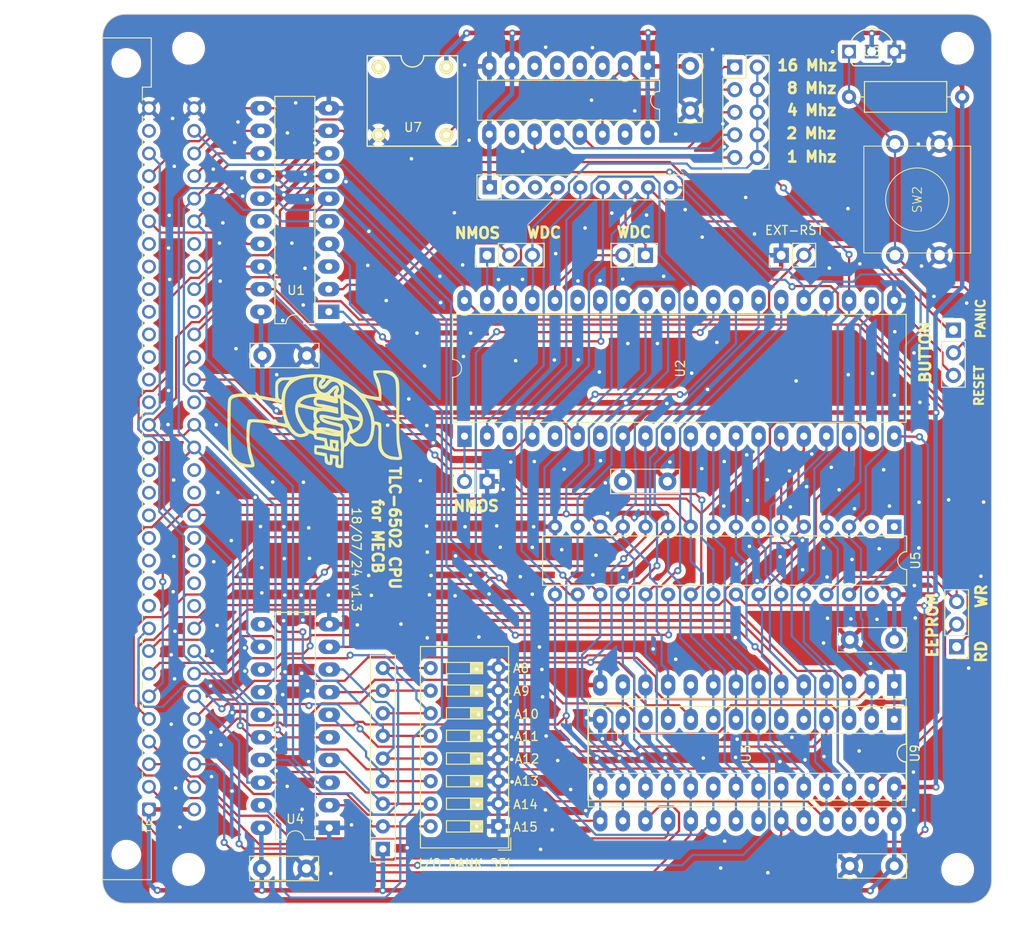
<source format=kicad_pcb>
(kicad_pcb (version 20221018) (generator pcbnew)
  (title_block (title "Minimalist Europe Card Bus (MECB) Board Template") (date "2023-01") (rev "1.1") (company "DigicoolThings.com") (comment 1 "For Minimalist Europe Card Bus (MECB).") (comment 2 "U1 PLD positioning provides for ZIF socket, otherwise change footprint to standard DIP 20.") (comment 3 "Includes a standardised 3 chip-select output PLD Address Decoder. ") (comment 4 "Schematic & standardised PCB outline Templates for creating MECB boards."))
  (layers (0 "F.Cu" signal) (31 "B.Cu" signal) (34 "B.Paste" user) (35 "F.Paste" user) (36 "B.SilkS" user "B.Silkscreen") (37 "F.SilkS" user "F.Silkscreen") (38 "B.Mask" user) (39 "F.Mask" user) (44 "Edge.Cuts" user))
  (net 0 "")
  (net 1 "GND")
  (net 2 "+5V")
  (net 3 "ECB_RESET")
  (net 4 "ECB_MREQ")
  (net 5 "ECB_CLK")
  (net 6 "/ECB_D5")
  (net 7 "/ECB_D6")
  (net 8 "ECB_RD")
  (net 9 "ECB_WR")
  (net 10 "ECB_INT")
  (net 11 "/ECB_D3")
  (net 12 "/ECB_D4")
  (net 13 "/ECB_A2")
  (net 14 "/ECB_A4")
  (net 15 "/ECB_A5")
  (net 16 "/ECB_A6")
  (net 17 "/ECB_A14")
  (net 18 "/ECB_A13")
  (net 19 "/ECB_A9")
  (net 20 "ECB_IORQ")
  (net 21 "/ECB_D0")
  (net 22 "/ECB_D7")
  (net 23 "/ECB_D2")
  (net 24 "/ECB_A0")
  (net 25 "/ECB_A3")
  (net 26 "/ECB_A1")
  (net 27 "/ECB_A8")
  (net 28 "/ECB_A7")
  (net 29 "/ECB_D1")
  (net 47 "/ECB_A11")
  (net 49 "/ECB_A10")
  (net 50 "ECB_NMI")
  (net 57 "/ECB_A12")
  (net 59 "/ECB_A15")
  (net 63 "16Mhz")
  (net 64 "SYS_CLK")
  (net 65 "/8Mhz")
  (net 66 "/4Mhz")
  (net 67 "/2Mhz")
  (net 68 "/1Mhz")
  (net 69 "Net-(JP1-B)")
  (net 70 "BE")
  (net 71 "Net-(JP2-B)")
  (net 72 "EPROM_WR")
  (net 73 "/jumper_wr")
  (net 74 "PHI2O")
  (net 75 "CLK")
  (net 78 "RDY")
  (net 79 "SO")
  (net 80 "Net-(RN2-R1)")
  (net 81 "Net-(RN2-R2)")
  (net 82 "Net-(RN2-R3)")
  (net 83 "Net-(RN2-R4)")
  (net 84 "Net-(RN2-R5)")
  (net 85 "Net-(RN2-R6)")
  (net 86 "Net-(RN2-R7)")
  (net 87 "IOADDR")
  (net 88 "NCP")
  (net 89 "CS_ROM")
  (net 90 "CS_RAM")
  (net 95 "RW")
  (net 106 "Net-(RN2-R8)")
  (net 107 "BTN")
  (footprint "MountingHole:MountingHole_3.2mm_M3" (layer "F.Cu") (at 192.532 50.419 180)
    (fp_text reference "H1" hide)
    (fp_text value "MountingHole")
  )
  (footprint "MountingHole:MountingHole_3.2mm_M3" (layer "F.Cu") (at 192.532 142.621)
    (fp_text reference "H2" hide)
    (fp_text value "MountingHole" hide)
  )
  (footprint "Package_DIP:DIP-20_W7.62mm_LongPads" (layer "F.Cu") (at 121.92 80.01 180)
    (fp_text reference "U1")
    (fp_text value "ATF16V8")
  )
  (footprint "MountingHole:MountingHole_3.2mm_M3" (layer "F.Cu") (at 106.172 50.419)
    (fp_text reference "H3" hide)
    (fp_text value "MountingHole" hide)
  )
  (footprint "MountingHole:MountingHole_3.2mm_M3" (layer "F.Cu") (at 106.172 142.621)
    (fp_text reference "H4" hide)
    (fp_text value "MountingHole" hide)
  )
  (footprint "MyCustomFootprintLibrary:DIN41612_C_2x32_C64AC_Male_Horizontal_THT" (layer "F.Cu") (at 101.727 135.89 90)
    (fp_text reference "J1" hide)
    (fp_text value "MECB_64AC" hide)
  )
  (footprint "Package_DIP:DIP-28_W7.62mm_Socket_LongPads" (layer "F.Cu") (at 185.42 125.78 -90)
    (fp_text reference "U9")
    (fp_text value "28C256")
  )
  (footprint "Connector_PinHeader_2.54mm:PinHeader_1x03_P2.54mm_Vertical" (layer "F.Cu") (at 139.7 73.66 90)
    (fp_text reference "JP4" hide)
    (fp_text value "Jumper_3_Open" hide)
  )
  (footprint "Package_DIP:DIP-40_W15.24mm_LongPads" (layer "F.Cu") (at 137.16 93.98 90)
    (fp_text reference "U2")
    (fp_text value "WD65C02_")
  )
  (footprint "Capacitor_THT:C_Disc_D7.5mm_W2.5mm_P5.00mm" (layer "F.Cu") (at 114.45 84.925)
    (fp_text reference "C5" hide)
    (fp_text value "100nF" hide)
  )
  (footprint "Connector_PinHeader_2.54mm:PinHeader_2x05_P2.54mm_Vertical" (layer "F.Cu") (at 167.5 52.525)
    (fp_text reference "J2" hide)
    (fp_text value "Conn_02x05_Odd_Even" hide)
  )
  (footprint "My_Stuff:12x12-Tactile-Switch" (layer "F.Cu") (at 188 67.41 90)
    (fp_text reference "SW2")
    (fp_text value "12x12SPDT" hide)
  )
  (footprint "TLC_Stuff:4pinOsc" (layer "F.Cu") (at 131.31 56.335)
    (fp_text reference "U7")
    (fp_text value "16Mhz")
  )
  (footprint "Resistor_THT:R_Axial_DIN0309_L9.0mm_D3.2mm_P12.70mm_Horizontal" (layer "F.Cu") (at 193.04 55.88 180)
    (fp_text reference "R1" hide)
    (fp_text value "3K3")
  )
  (footprint "Capacitor_THT:C_Disc_D7.5mm_W2.5mm_P5.00mm" (layer "F.Cu") (at 162.5 52.4 -90)
    (fp_text reference "C6" hide)
    (fp_text value "100nF" hide)
  )
  (footprint "Connector_PinHeader_2.54mm:PinHeader_1x02_P2.54mm_Vertical" (layer "F.Cu") (at 139.7 99.06 -90)
    (fp_text reference "JP1" hide)
    (fp_text value "Jumper_2_Open" hide)
  )
  (footprint "Capacitor_THT:C_Disc_D7.5mm_W2.5mm_P5.00mm" (layer "F.Cu") (at 114.4 142.525)
    (fp_text reference "C4" hide)
    (fp_text value "100nF" hide)
  )
  (footprint "Package_DIP:DIP-32_W7.62mm" (layer "F.Cu") (at 185.42 104.14 -90)
    (fp_text reference "U5")
    (fp_text value "~")
  )
  (footprint "Connector_PinHeader_2.54mm:PinHeader_1x03_P2.54mm_Vertical" (layer "F.Cu") (at 192.425 117.63 180)
    (fp_text reference "JP3" hide)
    (fp_text value "Jumper_3_Open" hide)
  )
  (footprint "Capacitor_THT:C_Disc_D7.5mm_W2.5mm_P5.00mm" (layer "F.Cu") (at 185.42 116.84 180)
    (fp_text reference "C2" hide)
    (fp_text value "100nF" hide)
  )
  (footprint "Capacitor_THT:C_Disc_D7.5mm_W2.5mm_P5.00mm" (layer "F.Cu") (at 185.42 142.24 180)
    (fp_text reference "C1" hide)
    (fp_text value "100nF" hide)
  )
  (footprint "Resistor_THT:R_Array_SIP9" (layer "F.Cu") (at 127.9906 140.335 90)
    (fp_text reference "RN2" hide)
    (fp_text value "4K7 SIP")
  )
  (footprint "footprints:21-0248A_MXM" (layer "F.Cu") (at 180.34 50.8)
    (fp_text reference "U8")
    (fp_text value "DS1813")
  )
  (footprint "Package_DIP:DIP-16_W7.62mm_LongPads" (layer "F.Cu") (at 157.73 52.45 -90)
    (fp_text reference "U6" hide)
    (fp_text value "74LS161")
  )
  (footprint "TLC_Stuff:LOGO_sm" (layer "F.Cu") (at 120.31371 92.035438 -90)
    (fp_text reference "L1" hide)
    (fp_text value "myLogo" hide)
  )
  (footprint "Package_DIP:DIP-28_W15.24mm_LongPads" (layer "F.Cu") (at 185.42 121.92 -90)
    (fp_text reference "U3")
    (fp_text value "28C256")
  )
  (footprint "Package_DIP:DIP-20_W7.62mm_LongPads" (layer "F.Cu") (at 121.97 137.96 180)
    (fp_text reference "U4")
    (fp_text value "74HCT688")
  )
  (footprint "Connector_PinHeader_2.54mm:PinHeader_1x03_P2.54mm_Vertical" (layer "F.Cu") (at 192.06 82.07)
    (fp_text reference "JP5" hide)
    (fp_text value "Jumper_3_Open")
  )
  (footprint "Capacitor_THT:C_Disc_D7.5mm_W2.5mm_P5.00mm" (layer "F.Cu") (at 154.94 99.06)
    (fp_text reference "C3" hide)
    (fp_text value "100nF" hide)
  )
  (footprint "Resistor_THT:R_Array_SIP9" (layer "F.Cu") (at 140 66.04)
    (fp_text reference "RN1" hide)
    (fp_text value "3K3 SIP")
  )
  (footprint "Connector_PinHeader_2.54mm:PinHeader_1x02_P2.54mm_Vertical" (layer "F.Cu") (at 157.48 73.66 -90)
    (fp_text reference "JP2" hide)
    (fp_text value "Jumper_2_Open" hide)
  )
  (footprint "Button_Switch_THT:SW_DIP_SPSTx08_Slide_9.78x22.5mm_W7.62mm_P2.54mm" (layer "F.Cu") (at 140.97 137.795 180)
    (fp_text reference "SW1" hide)
    (fp_text value "SW_DIP_x08" hide)
  )
  (footprint "Connector_PinHeader_2.54mm:PinHeader_1x02_P2.54mm_Vertical" (layer "F.Cu") (at 172.72 73.66 90)
    (fp_text reference "J3" hide)
    (fp_text value "Conn_01x02_Pin" hide)
  )
  (gr_arc (start 196.342 143.891) (mid 195.598051 145.687051) (end 193.802 146.431) (stroke (width 0.1)) (layer "Edge.Cuts"))
  (gr_line (start 193.802 46.609) (end 99.06 46.609) (stroke (width 0.1)) (layer "Edge.Cuts"))
  (gr_arc (start 193.802 46.609) (mid 195.598051 47.352949) (end 196.342 49.149) (stroke (width 0.1)) (layer "Edge.Cuts"))
  (gr_line (start 196.342 143.891) (end 196.342 49.149) (stroke (width 0.1)) (layer "Edge.Cuts"))
  (gr_line (start 99.06 146.431) (end 193.802 146.431) (stroke (width 0.1)) (layer "Edge.Cuts"))
  (gr_arc (start 96.52 49.149) (mid 97.263949 47.352949) (end 99.06 46.609) (stroke (width 0.1)) (layer "Edge.Cuts"))
  (gr_line (start 96.52 49.149) (end 96.52 143.891) (stroke (width 0.1)) (layer "Edge.Cuts"))
  (gr_arc (start 99.06 146.431) (mid 97.263949 145.687051) (end 96.52 143.891) (stroke (width 0.1)) (layer "Edge.Cuts"))
  (gr_text "A14" (at 142.525 135.925) (layer "F.SilkS") (effects (font (size 1 1)) (justify left bottom)))
  (gr_text "NMOS" (at 135.9 71.875) (layer "F.SilkS") (effects (font (size 1.2 1.2) (thickness 0.3) bold) (justify left bottom)))
  (gr_text "TLC-6502 CPU\n    for MECB" (at 126.7 97.225 270) (layer "F.SilkS") (effects (font (size 1.2 1.2) (thickness 0.3) bold) (justify left bottom)))
  (gr_text "NMOS" (at 135.75 102.525) (layer "F.SilkS") (effects (font (size 1.2 1.2) (thickness 0.3) bold) (justify left bottom)))
  (gr_text "PANIC" (at 195.7 83.13 90) (layer "F.SilkS") (effects (font (size 1 1) (thickness 0.25) bold) (justify left bottom)))
  (gr_text "I/O BANK SEL" (at 131.9 142.55) (layer "F.SilkS") (effects (font (size 1 1)) (justify left bottom)))
  (gr_text "1 Mhz" (at 173.2 63.3) (layer "F.SilkS") (effects (font (size 1.2 1.2) (thickness 0.3) bold) (justify left bottom)))
  (gr_text "A13" (at 142.65 133.3) (layer "F.SilkS") (effects (font (size 1 1)) (justify left bottom)))
  (gr_text "WDC" (at 144 71.825) (layer "F.SilkS") (effects (font (size 1.2 1.2) (thickness 0.3) bold) (justify left bottom)))
  (gr_text "A15" (at 142.525 138.45) (layer "F.SilkS") (effects (font (size 1 1)) (justify left bottom)))
  (gr_text "A12" (at 142.7 130.8) (layer "F.SilkS") (effects (font (size 1 1)) (justify left bottom)))
  (gr_text "BUTTON" (at 189.6 88.14 90) (layer "F.SilkS") (effects (font (size 1.2 1.2) (thickness 0.3) bold) (justify left bottom)))
  (gr_text "18/07/24 v1.3" (at 124.425 101.875 270) (layer "F.SilkS") (effects (font (size 1 1)) (justify left bottom)))
  (gr_text "RD" (at 195.875 119.575 90) (layer "F.SilkS") (effects (font (size 1.2 1.2) (thickness 0.3) bold) (justify left bottom)))
  (gr_text "RESET" (at 195.52 90.74 90) (layer "F.SilkS") (effects (font (size 1 1) (thickness 0.25) bold) (justify left bottom)))
  (gr_text "WR" (at 195.9 113.425 90) (layer "F.SilkS") (effects (font (size 1.2 1.2) (thickness 0.3) bold) (justify left bottom)))
  (gr_text "WDC" (at 154.1 71.775) (layer "F.SilkS") (effects (font (size 1.2 1.2) (thickness 0.3) bold) (justify left bottom)))
  (gr_text "4 Mhz" (at 173.2 58.075) (layer "F.SilkS") (effects (font (size 1.2 1.2) (thickness 0.3) bold) (justify left bottom)))
  (gr_text "A9" (at 142.55 123.2) (layer "F.SilkS") (effects (font (size 1 1)) (justify left bottom)))
  (gr_text "A10" (at 142.65 125.775) (layer "F.SilkS") (effects (font (size 1 1)) (justify left bottom)))
  (gr_text "8 Mhz" (at 173.2 55.6) (layer "F.SilkS") (effects (font (size 1.2 1.2) (thickness 0.3) bold) (justify left bottom)))
  (gr_text "2 Mhz" (at 173.15 60.675) (layer "F.SilkS") (effects (font (size 1.2 1.2) (thickness 0.3) bold) (justify left bottom)))
  (gr_text "A8" (at 142.5 120.625) (layer "F.SilkS") (effects (font (size 1 1)) (justify left bottom)))
  (gr_text "EEPROM" (at 190.4 118.99 90) (layer "F.SilkS") (effects (font (size 1.2 1.2) (thickness 0.3) bold) (justify left bottom)))
  (gr_text "16 Mhz" (at 172.125 53.05) (layer "F.SilkS") (effects (font (size 1.2 1.2) (thickness 0.3) bold) (justify left bottom)))
  (gr_text "A11" (at 142.65 128.275) (layer "F.SilkS") (effects (font (size 1 1)) (justify left bottom)))
  (gr_text "EXT-RST" (at 170.8 71.45) (layer "F.SilkS") (effects (font (size 1 1)) (justify left bottom)))
  (via (at 147 138.175) (size 0.8) (drill 0.4) (layers "F.Cu" "B.Cu") (net 1))
  (via (at 178.35 97.475) (size 0.8) (drill 0.4) (layers "F.Cu" "B.Cu") (net 1))
  (via (at 122.15 143.075) (size 0.8) (drill 0.4) (layers "F.Cu" "B.Cu") (net 1))
  (via (at 151.425 56.25) (size 0.8) (drill 0.4) (layers "F.Cu" "B.Cu") (net 1))
  (via (at 114.25 104.125) (size 0.8) (drill 0.4) (layers "F.Cu" "B.Cu") (net 1))
  (via (at 158.825 83.575) (size 0.8) (drill 0.4) (layers "F.Cu" "B.Cu") (net 1))
  (via (at 154.925 76.35) (size 0.8) (drill 0.4) (layers "F.Cu" "B.Cu") (net 1))
  (via (at 142.9 85.5) (size 0.8) (drill 0.4) (layers "F.Cu" "B.Cu") (net 1))
  (via (at 138.8 127.775) (size 0.8) (drill 0.4) (layers "F.Cu" "B.Cu") (net 1))
  (via (at 189.87 78.28) (size 0.8) (drill 0.4) (layers "F.Cu" "B.Cu") (net 1))
  (via (at 155.275 90.25) (size 0.8) (drill 0.4) (layers "F.Cu" "B.Cu") (net 1))
  (via (at 176.15 95.975) (size 0.8) (drill 0.4) (layers "F.Cu" "B.Cu") (net 1))
  (via (at 116.85 114.7) (size 0.8) (drill 0.4) (layers "F.Cu" "B.Cu") (net 1))
  (via (at 157.075 130.125) (size 0.8) (drill 0.4) (layers "F.Cu" "B.Cu") (net 1))
  (via (at 144.925 104.15) (size 0.8) (drill 0.4) (layers "F.Cu" "B.Cu") (net 1))
  (via (at 161.94 68.54) (size 0.8) (drill 0.4) (layers "F.Cu" "B.Cu") (net 1))
  (via (at 138.75 130.25) (size 0.8) (drill 0.4) (layers "F.Cu" "B.Cu") (net 1))
  (via (at 119.05 79.25) (size 0.8) (drill 0.4) (layers "F.Cu" "B.Cu") (net 1))
  (via (at 195.45 101.375) (size 0.8) (drill 0.4) (layers "F.Cu" "B.Cu") (net 1))
  (via (at 154.95 109.825) (size 0.8) (drill 0.4) (layers "F.Cu" "B.Cu") (net 1))
  (via (at 152.975 99.225) (size 0.8) (drill 0.4) (layers "F.Cu" "B.Cu") (net 1))
  (via (at 148.35 97.7) (size 0.8) (drill 0.4) (layers "F.Cu" "B.Cu") (net 1))
  (via (at 165 50.55) (size 0.8) (drill 0.4) (layers "F.Cu" "B.Cu") (net 1))
  (via (at 181.475 129.325) (size 0.8) (drill 0.4) (layers "F.Cu" "B.Cu") (net 1))
  (via (at 168.85 96.075) (size 0.8) (drill 0.4) (layers "F.Cu" "B.Cu") (net 1))
  (via (at 104 69.175) (size 0.8) (drill 0.4) (layers "F.Cu" "B.Cu") (net 1))
  (via (at 165.925 142.475) (size 0.8) (drill 0.4) (layers "F.Cu" "B.Cu") (net 1))
  (via (at 172.6 107.525) (size 0.8) (drill 0.4) (layers "F.Cu" "B.Cu") (net 1))
  (via (at 131.825 82.4) (size 0.8) (drill 0.4) (layers "F.Cu" "B.Cu") (net 1))
  (via (at 187.675 110.75) (size 0.8) (drill 0.4) (layers "F.Cu" "B.Cu") (net 1))
  (via (at 155.5 83.575) (size 0.8) (drill 0.4) (layers "F.Cu" "B.Cu") (net 1))
  (via (at 116.875 66.875) (size 0.8) (drill 0.4) (layers "F.Cu" "B.Cu") (net 1))
  (via (at 171.15 98.875) (size 0.8) (drill 0.4) (layers "F.Cu" "B.Cu") (net 1))
  (via (at 134.475 78.975) (size 0.8) (drill 0.4) (layers "F.Cu" "B.Cu") (net 1))
  (via (at 183.475 114.55) (size 0.8) (drill 0.4) (layers "F.Cu" "B.Cu") (net 1))
  (via (at 132.9 104.075) (size 0.8) (drill 0.4) (layers "F.Cu" "B.Cu") (net 1))
  (via (at 104.225 126.325) (size 0.8) (drill 0.4) (layers "F.Cu" "B.Cu") (net 1))
  (via (at 185.425 89.375) (size 0.8) (drill 0.4) (layers "F.Cu" "B.Cu") (net 1))
  (via (at 110.025 70.025) (size 0.8) (drill 0.4) (layers "F.Cu" "B.Cu") (net 1))
  (via (at 138.5 120.125) (size 0.8) (drill 0.4) (layers "F.Cu" "B.Cu") (net 1))
  (via (at 112.175 65) (size 0.8) (drill 0.4) (layers "F.Cu" "B.Cu") (net 1))
  (via (at 109 108.075) (size 0.8) (drill 0.4) (layers "F.Cu" "B.Cu") (net 1))
  (via (at 111.35 61) (size 0.8) (drill 0.4) (layers "F.Cu" "B.Cu") (net 1))
  (via (at 180.675 107.825) (size 0.8) (drill 0.4) (layers "F.Cu" "B.Cu") (net 1))
  (via (at 143.675 76.375) (size 0.8) (drill 0.4) (layers "F.Cu" "B.Cu") (net 1))
  (via (at 166.325 96.825) (size 0.8) (drill 0.4) (layers "F.Cu" "B.Cu") (net 1))
  (via (at 187.63 84.63) (size 0.8) (drill 0.4) (layers "F.Cu" "B.Cu") (net 1))
  (via (at 126.425 70.975) (size 0.8) (drill 0.4) (layers "F.Cu" "B.Cu") (net 1))
  (via (at 116.875 104.15) (size 0.8) (drill 0.4) (layers "F.Cu" "B.Cu") (net 1))
  (via (at 130.725 140.2) (size 0.8) (drill 0.4) (layers "F.Cu" "B.Cu") (net 1))
  (via (at 119.275 64.575) (size 0.8) (drill 0.4) (layers "F.Cu" "B.Cu") (net 1))
  (via (at 144.775 111.725) (size 0.8) (drill 0.4) (layers "F.Cu" "B.Cu") (net 1))
  (via (at 182.975 86.925) (size 0.8) (drill 0.4) (layers "F.Cu" "B.Cu") (net 1))
  (via (at 109.8 128.625) (size 0.8) (drill 0.4) (layers "F.Cu" "B.Cu") (net 1))
  (via (at 119.675 104.275) (size 0.8) (drill 0.4) (layers "F.Cu" "B.Cu") (net 1))
  (via (at 147.4 73.475) (size 0.8) (drill 0.4) (layers "F.Cu" "B.Cu") (net 1))
  (via (at 116 131.55) (size 0.8) (drill 0.4) (layers "F.Cu" "B.Cu") (net 1))
  (via (at 109.725 76.575) (size 0.8) (drill 0.4) (layers "F.Cu" "B.Cu") (net 1))
  (via (at 136.15 107.425) (size 0.8) (drill 0.4) (layers "F.Cu" "B.Cu") (net 1))
  (via (at 185.475 82.25) (size 0.8) (drill 0.4) (layers "F.Cu" "B.Cu") (net 1))
  (via (at 151.575 109.55) (size 0.8) (drill 0.4) (layers "F.Cu" "B.Cu") (net 1))
  (via (at 145.7 140.375) (size 0.8) (drill 0.4) (layers "F.Cu" "B.Cu") (net 1))
  (via (at 178.125 75.1) (size 0.8) (drill 0.4) (layers "F.Cu" "B.Cu") (net 1))
  (via (at 128.525 92.75) (size 0.8) (drill 0.4) (layers "F.Cu" "B.Cu") (net 1))
  (via (at 118.875 120.6) (size 0.8) (drill 0.4) (layers "F.Cu" "B.Cu") (net 1))
  (via (at 118.2 56.55) (size 0.8) (drill 0.4) (layers "F.Cu" "B.Cu") (net 1))
  (via (at 119.675 130.525) (size 0.8) (drill 0.4) (layers "F.Cu" "B.Cu") (net 1))
  (via (at 126.4 109.625) (size 0.8) (drill 0.4) (layers "F.Cu" "B.Cu") (net 1))
  (via (at 151.925 107.35) (size 0.8) (drill 0.4) (layers "F.Cu" "B.Cu") (net 1))
  (via (at 116.925 107.725) (size 0.8) (drill 0.4) (layers "F.Cu" "B.Cu") (net 1))
  (via (at 116.9 64.425) (size 0.8) (drill 0.4) (layers "F.Cu" "B.Cu") (net 1))
  (via (at 138.525 137.8) (size 0.8) (drill 0.4) (layers "F.Cu" "B.Cu") (net 1))
  (via (at 168.73 67.17) (size 0.8) (drill 0.4) (layers "F.Cu" "B.Cu") (net 1))
  (via (at 182.75 119.5) (size 0.8) (drill 0.4) (layers "F.Cu" "B.Cu") (net 1))
  (via (at 187.6 135.975) (size 0.8) (drill 0.4) (layers "F.Cu" "B.Cu") (net 1))
  (via (at 104.6 121.225) (size 0.8) (drill 0.4) (layers "F.Cu" "B.Cu") (net 1))
  (via (at 108.75 132.2) (size 0.8) (drill 0.4) (layers "F.Cu" "B.Cu") (net 1))
  (via (at 152.425 96.725) (size 0.8) (drill 0.4) (layers "F.Cu" "B.Cu") (net 1))
  (via (at 117.775 72.3) (size 0.8) (drill 0.4) (layers "F.Cu" "B.Cu") (net 1))
  (via (at 113.65 100.85) (size 0.8) (drill 0.4) (layers "F.Cu" "B.Cu") (net 1))
  (via (at 140.775 104.05) (size 0.8) (drill 0.4) (layers "F.Cu" "B.Cu") (net 1))
  (via (at 146.275 50.3) (size 0.8) (drill 0.4) (layers "F.Cu" "B.Cu") (net 1))
  (via (at 193.775 120.025) (size 0.8) (drill 0.4) (layers "F.Cu" "B.Cu") (net 1))
  (via (at 159.525 76.025) (size 0.8) (drill 0.4) (layers "F.Cu" "B.Cu") (net 1))
  (via (at 136.1 111.9) (size 0.8) (drill 0.4) (layers "F.Cu" "B.Cu") (net 1))
  (via (at 184.875 101.825) (size 0.8) (drill 0.4) (layers "F.Cu" "B.Cu") (net 1))
  (via (at 104.65 115.875) (size 0.8) (drill 0.4) (layers "F.Cu" "B.Cu") (net 1))
  (via (at 132.2 98.975) (size 0.8) (drill 0.4) (layers "F.Cu" "B.Cu") (net 1))
  (via (at 167.575 116.6) (size 0.8) (drill 0.4) (layers "F.Cu" "B.Cu") (net 1))
  (via (at 138.575 133.025) (size 0.8) (drill 0.4) (layers "F.Cu" "B.Cu") (net 1))
  (via (at 118.825 111.825) (size 0.8) (drill 0.4) (layers "F.Cu" "B.Cu") (net 1))
  (via (at 166.175 58.9) (size 0.8) (drill 0.4) (layers "F.Cu" "B.Cu") (net 1))
  (via (at 162.675 86.9) (size 0.8) (drill 0.4) (layers "F.Cu" "B.Cu") (net 1))
  (via (at 184.225 97.75) (size 0.8) (drill 0.4) (layers "F.Cu" "B.Cu") (net 1))
  (via (at 150.775 136.025) (size 0.8) (drill 0.4) (layers "F.Cu" "B.Cu") (net 1))
  (via (at 142.35 96.875) (size 0.8) (drill 0.4) (layers "F.Cu" "B.Cu") (net 1))
  (via (at 151.525 50.35) (size 0.8) (drill 0.4) (layers "F.Cu" "B.Cu") (net 1))
  (via (at 144.775 106.45) (size 0.8) (drill 0.4) (layers "F.Cu" "B.Cu") (net 1))
  (via (at 188.175 106.525) (size 0.8) (drill 0.4) (layers "F.Cu" "B.Cu") (net 1))
  (via (at 167.6 130.05) (size 0.8) (drill 0.4) (layers "F.Cu" "B.Cu") (net 1))
  (via (at 149.9 76.55) (size 0.8) (drill 0.4) (layers "F.Cu" "B.Cu") (net 1))
  (via (at 180.25 87.075) (size 0.8) (drill 0.4) (layers "F.Cu" "B.Cu") (net 1))
  (via (at 188.2 101.4) (size 0.8) (drill 0.4) (layers "F.Cu" "B.Cu") (net 1))
  (via (at 132.925 92.775) (size 0.8) (drill 0.4) (layers "F.Cu" "B.Cu") (net 1))
  (via (at 188.475 74.875) (size 0.8) (drill 0.4) (layers "F.Cu" "B.Cu") (net 1))
  (via (at 104.375 58.3) (size 0.8) (drill 0.4) (layers "F.Cu" "B.Cu") (net 1))
  (via (at 145.575 117.65) (size 0.8) (drill 0.4) (layers "F.Cu" "B.Cu") (net 1))
  (via (at 145.85 120.175) (size 0.8) (drill 0.4) (layers "F.Cu" "B.Cu") (net 1))
  (via (at 114.4 108.75) (size 0.8) (drill 0.4) (layers "F.Cu" "B.Cu") (net 1))
  (via (at 139.925 111.7) (size 0.8) (drill 0.4) (layers "F.Cu" "B.Cu") (net 1))
  (via (at 115.925 129.15) (size 0.8) (drill 0.4) (layers "F.Cu" "B.Cu") (net 1))
  (via (at 149.075 133.65) (size 0.8) (drill 0.4) (layers "F.Cu" "B.Cu") (net 1))
  (via (at 166.375 139.45) (size 0.8) (drill 0.4) (layers "F.Cu" "B.Cu") (net 1))
  (via (at 141.175 106.45) (size 0.8) (drill 0.4) (layers "F.Cu" "B.Cu") (net 1))
  (via (at 119 114.625) (size 0.8) (drill 0.4) (layers "F.Cu" "B.Cu") (net 1))
  (via (at 137.675 60.75) (size 0.8) (drill 0.4) (layers "F.Cu" "B.Cu") (net 1))
  (via (at 119.075 99.15) (size 0.8) (drill 0.4) (layers "F.Cu" "B.Cu") (net 1))
  (via (at 166.275 101.825) (size 0.8) (drill 0.4) (layers "F.Cu" "B.Cu") (net 1))
  (via (at 150.7 70.6) (size 0.8) (drill 0.4) (layers "F.Cu" "B.Cu") (net 1))
  (via (at 137.175 52.3) (size 0.8) (drill 0.4) (layers "F.Cu" "B.Cu") (net 1))
  (via (at 104.725 133.5) (size 0.8) (drill 0.4) (layers "F.Cu" "B.Cu") (net 1))
  (via (at 134.4 76.025) (size 0.8) (drill 0.4) (layers "F.Cu" "B.Cu") (net 1))
  (via (at 137.225 104.15) (size 0.8) (drill 0.4) (layers "F.Cu" "B.Cu") (net 1))
  (via (at 119.25 75.125) (size 0.8) (drill 0.4) (layers "F.Cu" "B.Cu") (net 1))
  (via (at 159.875 90.3) (size 0.8) (drill 0.4) (layers "F.Cu" "B.Cu") (net 1))
  (via (at 109.475 100.3) (size 0.8) (drill 0.4) (layers "F.Cu" "B.Cu") (net 1))
  (via (at 148.075 106.725) (size 0.8) (drill 0.4) (layers "F.Cu" "B.Cu") (net 1))
  (via (at 104.45 111.45) (size 0.8) (drill 0.4) (layers "F.Cu" "B.Cu") (net 1))
  (via (at 177.875 109.8) (size 0.8) (drill 0.4) (layers "F.Cu" "B.Cu") (net 1))
  (via (at 138.625 135.4) (size 0.8) (drill 0.4) (layers "F.Cu" "B.Cu") (net 1))
  (via (at 111.5 84.15) (size 0.8) (drill 0.4) (layers "F.Cu" "B.Cu") (net 1))
  (via (at 195.15 109.7) (size 0.8) (drill 0.4) (layers "F.Cu" "B.Cu") (net 1))
  (via (at 104.225 118.525) (size 0.8) (drill 0.4) (layers "F.Cu" "B.Cu") (net 1))
  (via (at 163.8 97.625) (size 0.8) (drill 0.4) (layers "F.Cu" "B.Cu") (net 1))
  (via (at 131.2 62.825) (size 0.8) (drill 0.4) (layers "F.Cu" "B.Cu") (net 1))
  (via (at 140.975 76.4) (size 0.8) (drill 0.4) (layers "F.Cu" "B.Cu") (net 1))
  (via (at 163.975 130.125) (size 0.8) (drill 0.4) (layers "F.Cu" "B.Cu") (net 1))
  (via (at 153.225 102.625) (size 0.8) (drill 0.4) (layers "F.Cu" "B.Cu") (net 1))
  (via (at 111.075 125.025) (size 0.8) (drill 0.4) (layers "F.Cu" "B.Cu") (net 1))
  (via (at 181.55 74.63) (size 0.8) (drill 0.4) (layers "F.Cu" "B.Cu") (net 1))
  (via (at 108.65 122.025) (size 0.8) (drill 0.4) (layers "F.Cu" "B.Cu") (net 1))
  (via (at 111.725 58.7) (size 0.8) (drill 0.4) (layers "F.Cu" "B.Cu") (net 1))
  (via (at 105.2 137.875) (size 0.8) (drill 0.4) (layers "F.Cu" "B.Cu") (net 1))
  (via (at 164.45 88.725) (size 0.8) (drill 0.4) (layers "F.Cu" "B.Cu") (net 1))
  (via (at 146.325 127.65) (size 0.8) (drill 0.4) (layers "F.Cu" "B.Cu") (net 1))
  (via (at 111.975 109.525) (size 0.8) (drill 0.4) (layers "F.Cu" "B.Cu") (net 1))
  (via (at 124.475 137.625) (size 0.8) (drill 0.4) (layers "F.Cu" "B.Cu") (net 1))
  (via (at 117.275 59.925) (size 0.8) (drill 0.4) (layers "F.Cu" "B.Cu") (net 1))
  (via (at 174.4 87.775) (size 0.8) (drill 0.4) (layers "F.Cu" "B.Cu") (net 1))
  (via (at 167.7 108.35) (size 0.8) (drill 0.4) (layers "F.Cu" "B.Cu") (net 1))
  (via (at 117 120.45) (size 0.8) (drill 0.4) (layers "F.Cu" "B.Cu") (net 1))
  (via (at 125.125 115.175) (size 0.8) (drill 0.4) (layers "F.Cu" "B.Cu") (net 1))
  (via (at 132.975 107) (size 0.8) (drill 0.4) (layers "F.Cu" "B.Cu") (net 1))
  (via (at 146.25 135.95) (size 0.8) (drill 0.4) (layers "F.Cu" "B.Cu") (net 1))
  (via (at 188.3 90.175) (size 0.8) (drill 0.4) (layers "F.Cu" "B.Cu") (net 1))
  (via (at 138.525 122.825) (size 0.8) (drill 0.4) (layers "F.Cu" "B.Cu") (net 1))
  (via (at 103.925 72.85) (size 0.8) (drill 0.4) (layers "F.Cu" "B.Cu") (net 1))
  (via (at 103.925 88.85) (size 0.8) (drill 0.4) (layers "F.Cu" "B.Cu") (net 1))
  (via (at 109.275 92.7) (size 0.8) (drill 0.4) (layers "F.Cu" "B.Cu") (net 1))
  (via (at 103.875 92.675) (size 0.8) (drill 0.4) (layers "F.Cu" "B.Cu") (net 1))
  (via (at 104.575 63.675) (size 0.8) (drill 0.4) (layers "F.Cu" "B.Cu") (net 1))
  (via (at 173.925 127.8) (size 0.8) (drill 0.4) (layers "F.Cu" "B.Cu") (net 1))
  (via (at 104.05 76.375) (size 0.8) (drill 0.4) (layers "F.Cu" "B.Cu") (net 1))
  (via (at 188.125 61.175) (size 0.8) (drill 0.4) (layers "F.Cu" "B.Cu") (net 1))
  (via (at 157.6 69.15) (size 0.8) (drill 0.4) (layers "F.Cu" "B.Cu") (net 1))
  (via (at 173.65 97.875) (size 0.8) (drill 0.4) (layers "F.Cu" "B.Cu") (net 1))
  (via (at 112.25 67.025) (size 0.8) (drill 0.4) (layers "F.Cu" "B.Cu") (net 1))
  (via (at 143.425 109.75) (size 0.8) (drill 0.4) (layers "F.Cu" "B.Cu") (net 1))
  (via (at 147.25 85.425) (size 0.8) (drill 0.4) (layers "F.Cu" "B.Cu") (net 1))
  (via (at 145.925 123.25) (size 0.8) (drill 0.4) (layers "F.Cu" "B.Cu") (net 1))
  (via (at 111.05 133.825) (size 0.8) (drill 0.4) (layers "F.Cu" "B.Cu") (net 1))
  (via (at 152.025 130.15) (size 0.8) (drill 0.4) (layers "F.Cu" "B.Cu") (net 1))
  (via (at 128.375 78.75) (size 0.8) (drill 0.4) (layers "F.Cu" "B.Cu") (net 1))
  (via (at 175.4 130.325) (size 0.8) (drill 0.4) (layers "F.Cu" "B.Cu") (net 1))
  (via (at 170.025 110.2) (size 0.8) (drill 0.4) (layers "F.Cu" "B.Cu") (net 1))
  (via (at 136.95 74.75) (size 0.8) (drill 0.4) (layers "F.Cu" "B.Cu") (net 1))
  (via (at 108.95 64) (size 0.8) (drill 0.4) (layers "F.Cu" "B.Cu") (net 1))
  (via (at 108.825 118.1) (size 0.8) (drill 0.4) (layers "F.Cu" "B.Cu") (net 1))
  (via (at 109.375 115.225) (size 0.8) (drill 0.4) (layers "F.Cu" "B.Cu") (net 1))
  (via (at 160.875 119.025) (size 0.8) (drill 0.4) (layers "F.Cu" "B.Cu") (net 1))
  (via (at 177.475 106.525) (size 0.8) (drill 0.4) (layers "F.Cu" "B.Cu") (net 1))
  (via (at 120.35 61.05) (size 0.8) (drill 0.4) (layers "F.Cu" "B.Cu") (net 1))
  (via (at 180.22 68.43) (size 0.8) (drill 0.4) (layers "F.Cu" "B.Cu") (net 1))
  (via (at 143.7 62) (size 0.8) (drill 0.4) (layers "F.Cu" "B.Cu") (net 1))
  (via (at 142.3 123.775) (size 0.8) (drill 0.4) (layers "F.Cu" "B.Cu") (net 1))
  (via (at 138.775 116.525) (size 0.8) (drill 0.4) (layers "F.Cu" "B.Cu") (net 1))
  (via (at 169.15 106.35) (size 0.8) (drill 0.4) (layers "F.Cu" "B.Cu") (net 1))
  (via (at 160.875 60.05) (size 0.8) (drill 0.4) (layers "F.Cu" "B.Cu") (net 1))
  (via (at 160.225 96.875) (size 0.8) (drill 0.4) (layers "F.Cu" "B.Cu") (net 1))
  (via (at 141.5 99.95) (size 0.8) (drill 0.4) (layers "F.Cu" "B.Cu") (net 1))
  (via (at 115.625 99.125) (size 0.8) (drill 0.4) (layers "F.Cu" "B.Cu") (net 1))
  (via (at 116.975 111.825) (size 0.8) (drill 0.4) (layers "F.Cu" "B.Cu") (net 1))
  (via (at 104.525 107.475) (size 0.8) (drill 0.4) (layers "F.Cu" "B.Cu") (net 1))
  (via (at 156.275 67.45) (size 0.8) (drill 0.4) (layers "F.Cu" "B.Cu") (net 1))
  (via (at 137.05 85.025) (size 0.8) (drill 0.4) (layers "F.Cu" "B.Cu") (net 1))
  (via (at 177.925 114.425) (size 0.8) (drill 0.4) (layers "F.Cu" "B.Cu") (net 1))
  (via (at 117.25 133.3) (size 0.8) (drill 0.4) (layers "F.Cu" "B.Cu") (net 1))
  (via (at 118.925 135.875) (size 0.8) (drill 0.4) (layers "F.Cu" "B.Cu") (net 1))
  (via (at 150.85 125.6) (size 0.8) (drill 0.4) (layers "F.Cu" "B.Cu") (net 1))
  (via (at 145 96.825) (size 0.8) (drill 0.4) (layers "F.Cu" "B.Cu") (net 1))
  (via (at 112.5 120.35) (size 0.8) (drill 0.4) (layers "F.Cu" "B.Cu") (net 1))
  (via (at 154.55 130.125) (size 0.8) (drill 0.4) (layers "F.Cu" "B.Cu") (net 1))
  (via (at 137.825 109.575) (size 0.8) (drill 0.4) (layers "F.Cu" "B.Cu") (net 1))
  (via (at 133.4 109.625) (size 0.8) (drill 0.4) (layers "F.Cu" "B.Cu") (net 1))
  (via (at 172.575 130.525) (size 0.8) (drill 0.4) (layers "F.Cu" "B.Cu") (net 1))
  (via (at 175.575 99.65) (size 0.8) (drill 0.4) (layers "F.Cu" "B.Cu") (net 1))
  (via (at 130.025 115.075) (size 0.8) (drill 0.4) (layers "F.Cu" "B.Cu") (net 1))
  (via (at 119.5 67.425) (size 0.8) (drill 0.4) (layers "F.Cu" "B.Cu") (net 1))
  (via (at 167.775 128) (size 0.8) (drill 0.4) (layers "F.Cu" "B.Cu") (net 1))
  (via (at 173.75 101.925) (size 0.8) (drill 0.4) (layers "F.Cu" "B.Cu") (net 1))
  (via (at 126.7 111.85) (size 0.8) (drill 0.4) (layers "F.Cu" "B.Cu") (net 1))
  (via (at 121.875 111.825) (size 0.8) (drill 0.4) (layers "F.Cu" "B.Cu") (net 1))
  (via (at 114.4 111.575) (size 0.8) (drill 0.4) (layers "F.Cu" "B.Cu") (net 1))
  (via (at 142.5 132.8) (size 0.8) (drill 0.4) (layers "F.Cu" "B.Cu") (net 1))
  (via (at 130.9 89.8) (size 0.8) (drill 0.4) (layers "F.Cu" "B.Cu") (net 1))
  (via (at 152.3 86.775) (size 0.8) (drill 0.4) (layers "F.Cu" "B.Cu") (net 1))
  (via (at 183.725 106.625) (size 0.8) (drill 0.4) (layers "F.Cu" "B.Cu") (net 1))
  (via (at 152.65 127.95) (size 0.8) (drill 0.4) (layers "F.Cu" "B.Cu") (net 1))
  (via (at 187.575 131.7) (size 0.8) (drill 0.4) (layers "F.Cu" "B.Cu") (net 1))
  (via (at 168.925 101.175) (size 0.8) (drill 0.4) (layers "F.Cu" "B.Cu") (net 1))
  (via (at 153.7 68.925) (size 0.8) (drill 0.4) (layers "F.Cu" "B.Cu") (net 1))
  (via (at 138.75 125.25) (size 0.8) (drill 0.4) (layers "F.Cu" "B.Cu") (net 1))
  (via (at 177.525 129.95) (size 0.8) (drill 0.4) (layers "F.Cu" "B.Cu") (net 1))
  (via (at 142.45 130.275) (size 0.8) (drill 0.4) (layers "F.Cu" "B.Cu") (net 1))
  (via (at 159.7 130.1) (size 0.8) (drill 0.4) (layers "F.Cu" "B.Cu") (net 1))
  (via (at 165.5 83.45) (size 0.8) (drill 0.4) (layers "F.Cu" "B.Cu") (net 1))
  (via (at 126.3 74.8) (size 0.8) (drill 0.4) (layers "F.Cu" "B.Cu") (net 1))
  (via (at 147.625 130.4) (size 0.8) (drill 0.4) (layers "F.Cu" "B.Cu") (net 1))
  (via (at 133.225 111.8) (size 0.8) (drill 0.4) (layers "F.Cu" "B.Cu") (net 1))
  (via (at 136.025 68.9) (size 0.8) (drill 0.4) (layers "F.Cu" "B.Cu") (net 1))
  (via (at 193.55 79.03) (size 0.8) (drill 0.4) (layers "F.Cu" "B.Cu") (net 1))
  (via (at 137.85 82.4) (size 0.8) (drill 0.4) (layers "F.Cu" "B.Cu") (net 1))
  (via (at 156.275 57.45) (size 0.8) (drill 0.4) (layers "F.Cu" "B.Cu") (net 1))
  (via (at 180.95 102.125) (size 0.8) (drill 0.4) (layers "F.Cu" "B.Cu") (net 1))
  (via (at 133.65 94.725) (size 0.8) (drill 0.4) (layers "F.Cu" "B.Cu") (net 1))
  (via (at 109.65 72.3) (size 0.8) (drill 0.4) (layers "F.Cu" "B.Cu") (net 1))
  (via (at 119.75 107.7) (size 0.8) (drill 0.4) (layers "F.Cu" "B.Cu") (net 1))
  (via (at 177.475 117.2) (size 0.8) (drill 0.4) (layers "F.Cu" "B.Cu") (net 1))
  (via (at 104.5 98.9) (size 0.8) (drill 0.4) (layers "F.Cu" "B.Cu") (net 1))
  (via (at 175.125 108.975) (size 0.8) (drill 0.4) (layers "F.Cu" "B.Cu") (net 1))
  (via (at 163.85 71.625) (size 0.8) (drill 0.4) (layers "F.Cu" "B.Cu") (net 1))
  (via (at 166.325 61.5) (size 0.8) (drill 0.4) (layers "F.Cu" "B.Cu") (net 1))
  (via (at 179.225 100) (size 0.8) (drill 0.4) (layers "F.Cu" "B.Cu") (net 1))
  (via (at 123.85 65.4) (size 0.8) (drill 0.4) (layers "F.Cu" "B.Cu") (net 1))
  (via (at 116.075 87.075) (size 0.8) (drill 0.4) (layers "F.Cu" "B.Cu") (net 1))
  (via (at 110.975 105.7) (size 0.8) (drill 0.4) (layers "F.Cu" "B.Cu") (net 1))
  (via (at 112.475 117.75) (size 0.8) (drill 0.4) (layers "F.Cu" "B.Cu") (net 1))
  (via (at 132.675 86.1) (size 0.8) (drill 0.4) (layers "F.Cu" "B.Cu") (net 1))
  (via (at 187.775 114.4) (size 0.8) (drill 0.4) (layers "F.Cu" "B.Cu") (net 1))
  (via (at 158.35 117.875) (size 0.8) (drill 0.4) (layers "F.Cu" "B.Cu") (net 1))
  (via (at 175.1 105.675) (size 0.8) (drill 0.4) (layers "F.Cu" "B.Cu") (net 1))
  (via (at 142.45 127.75) (size 0.8) (drill 0.4) (layers "F.Cu" "B.Cu") (net 1))
  (via (at 149.925 85.4) (size 0.8) (drill 0.4) (layers "F.Cu" "B.Cu") (net 1))
  (via (at 171.225 143) (size 0.8) (drill 0.4) (layers "F.Cu" "B.Cu") (net 1))
  (via (at 119.55 122.575) (size 0.8) (drill 0.4) (layers "F.Cu" "B.Cu") (net 1))
  (via (at 108.675 127.225) (size 0.8) (drill 0.4) (layers "F.Cu" "B.Cu") (net 1))
  (via (at 116.75 80.975) (size 0.8) (drill 0.4) (layers "F.Cu" "B.Cu") (net 1))
  (via (at 132.975 116.625) (size 0.8) (drill 0.4) (layers "F.Cu" "B.Cu") (net 1))
  (via (at 156.225 103.1) (size 0.8) (drill 0.4) (layers "F.Cu" "B.Cu") (net 1))
  (via (at 152.375 76.5) (size 0.8) (drill 0.4) (layers "F.Cu" "B.Cu") (net 1))
  (via (at 191.525 101.125) (size 0.8) (drill 0.4) (layers "F.Cu" "B.Cu") (net 1))
  (via (at 169.72 71.28) (size 0.8) (drill 0.4) (layers "F.Cu" "B.Cu") (net 1))
  (via (at 116.75 123) (size 0.8) (drill 0.4) (layers "F.Cu" "B.Cu") (net 1))
  (via (at 180.55 114.5) (size 0.8) (drill 0.4) (layers "F.Cu" "B.Cu") (net 1))
  (segment (start 127.975 145) (end 128 144.975) (width 0.508) (layer "F.Cu") (net 2))
  (segment (start 157.75 48.7) (end 142.55 48.7) (width 0.508) (layer "F.Cu") (net 2))
  (segment (start 190.085 111.76) (end 190.125 111.8) (width 0.508) (layer "F.Cu") (net 2))
  (segment (start 137.425 48.7) (end 137.45 48.7) (width 0.508) (layer "F.Cu") (net 2))
  (segment (start 142.55 48.7) (end 142.525 48.725) (width 0.508) (layer "F.Cu") (net 2))
  (segment (start 157.775 48.675) (end 157.75 48.7) (width 0.508) (layer "F.Cu") (net 2))
  (segment (start 160.95 91.325) (end 159.2 91.325) (width 0.508) (layer "F.Cu") (net 2))
  (segment (start 181.648 110.452) (end 180.34 111.76) (width 0.508) (layer "F.Cu") (net 2))
  (segment (start 102.675 144.975) (end 114.4 144.975) (width 0.508) (layer "F.Cu") (net 2))
  (segment (start 190.1 133.375) (end 185.445 133.375) (width 0.508) (layer "F.Cu") (net 2))
  (segment (start 193.04 55.88) (end 193.04 54.69) (width 0.508) (layer "F.Cu") (net 2))
  (segment (start 142.525 48.725) (end 142.5 48.7) (width 0.508) (layer "F.Cu") (net 2))
  (segment (start 185.445 133.375) (end 185.42 133.4) (width 0.508) (layer "F.Cu") (net 2))
  (segment (start 157.595 91.325) (end 116.225 91.325) (width 0.508) (layer "F.Cu") (net 2))
  (segment (start 114.4 144.975) (end 127.95 144.975) (width 0.508) (layer "F.Cu") (net 2))
  (segment (start 182.95 48.7) (end 182.9 48.75) (width 0.508) (layer "F.Cu") (net 2))
  (segment (start 116.225 91.325) (end 116.025 91.125) (width 0.508) (layer "F.Cu") (net 2))
  (segment (start 128 144.975) (end 182.6 144.975) (width 0.508) (layer "F.Cu") (net 2))
  (segment (start 159.2 91.325) (end 157.595 91.325) (width 0.508) (layer "F.Cu") (net 2))
  (segment (start 157.595 91.325) (end 159.2 91.325) (width 0.508) (layer "F.Cu") (net 2))
  (segment (start 157.73 52.45) (end 162.45 52.45) (width 0.508) (layer "F.Cu") (net 2))
  (segment (start 101.727 135.89) (end 106.807 135.89) (width 0.508) (layer "F.Cu") (net 2))
  (segment (start 162.45 52.45) (end 162.5 52.4) (width 0.508) (layer "F.Cu") (net 2))
  (segment (start 182.7 144.975) (end 182.65 144.975) (width 0.508) (layer "F.Cu") (net 2))
  (segment (start 182.85 48.7) (end 157.8 48.7) (width 0.508) (layer "F.Cu") (net 2))
  (segment (start 185.42 111.76) (end 190.085 111.76) (width 0.508) (layer "F.Cu") (net 2))
  (segment (start 159.2 91.325) (end 160.95 91.325) (width 0.508) (layer "F.Cu") (net 2))
  (segment (start 193.04 54.69) (end 187.05 48.7) (width 0.508) (layer "F.Cu") (net 2))
  (segment (start 137.475 48.7) (end 137.4 48.725) (width 0.508) (layer "F.Cu") (net 2))
  (segment (start 127.95 144.975) (end 127.975 145) (width 0.508) (layer "F.Cu") (net 2))
  (segment (start 137.4 48.725) (end 137.425 48.7) (width 0.508) (layer "F.Cu") (net 2))
  (segment (start 187.05 48.7) (end 182.95 48.7) (width 0.508) (layer "F.Cu") (net 2))
  (segment (start 160.95 91.325) (end 190.1 91.325) (width 0.508) (layer "F.Cu") (net 2))
  (segment (start 142.5 48.7) (end 137.475 48.7) (width 0.508) (layer "F.Cu") (net 2))
  (segment (start 182.725 145.025) (end 182.7 144.975) (width 0.508) (layer "F.Cu") (net 2))
  (segment (start 185.42 111.76) (end 184.112 110.452) (width 0.508) (layer "F.Cu") (net 2))
  (segment (start 182.9 48.75) (end 182.85 48.7) (width 0.508) (layer "F.Cu") (net 2))
  (segment (start 157.8 48.7) (end 157.775 48.675) (width 0.508) (layer "F.Cu") (net 2))
  (segment (start 154.94 93.98) (end 157.595 91.325) (width 0.508) (layer "F.Cu") (net 2))
  (segment (start 182.6 144.975) (end 182.725 145.025) (width 0.508) (layer "F.Cu") (net 2))
  (segment (start 184.112 110.452) (end 181.648 110.452) (width 0.508) (layer "F.Cu") (net 2))
  (via (at 102.675 144.975) (size 0.8) (drill 0.4) (layers "F.Cu" "B.Cu") (net 2))
  (via (at 182.9 48.75) (size 0.8) (drill 0.4) (layers "F.Cu" "B.Cu") (net 2))
  (via (at 190.1 91.325) (size 0.8) (drill 0.4) (layers "F.Cu" "B.Cu") (net 2))
  (via (at 137.4 48.725) (size 0.8) (drill 0.4) (layers "F.Cu" "B.Cu") (net 2))
  (via (at 116.025 91.125) (size 0.8) (drill 0.4) (layers "F.Cu" "B.Cu") (net 2))
  (via (at 190.1 133.375) (size 0.8) (drill 0.4) (layers "F.Cu" "B.Cu") (net 2))
  (via (at 142.525 48.725) (size 0.8) (drill 0.4) (layers "F.Cu" "B.Cu") (net 2))
  (via (at 157.775 48.675) (size 0.8) (drill 0.4) (layers "F.Cu" "B.Cu") (net 2))
  (via (at 182.725 145.025) (size 0.8) (drill 0.4) (layers "F.Cu" "B.Cu") (net 2))
  (via (at 114.4 144.975) (size 0.8) (drill 0.4) (layers "F.Cu" "B.Cu") (net 2))
  (via (at 190.125 111.8) (size 0.8) (drill 0.4) (layers "F.Cu" "B.Cu") (net 2))
  (via (at 127.975 145) (size 0.8) (drill 0.4) (layers "F.Cu" "B.Cu") (net 2))
  (segment (start 190.05 128.725) (end 190.05 111.875) (width 0.508) (layer "B.Cu") (net 2))
  (segment (start 114.35 137.96) (end 114.35 142.475) (width 0.508) (layer "B.Cu") (net 2))
  (segment (start 190.05 80.2) (end 193.04 77.21) (width 0.508) (layer "B.Cu") (net 2))
  (segment (start 185.42 137.16) (end 185.42 133.4) (width 0.508) (layer "B.Cu") (net 2))
  (segment (start 116 91.125) (end 116.025 91.125) (width 0.508) (layer "B.Cu") (net 2))
  (segment (start 182.725 144.935) (end 185.42 142.24) (width 0.508) (layer "B.Cu") (net 2))
  (segment (start 114.4 142.525) (end 114.4 144.975) (width 0.508) (layer "B.Cu") (net 2))
  (segment (start 102.675 144.975) (end 102.675 145.125) (width 0.508) (layer "B.Cu") (net 2))
  (segment (start 157.73 52.45) (end 157.73 60.07) (width 0.508) (layer "B.Cu") (net 2))
  (segment (start 190.05 111.725) (end 190.05 91.375) (width 0.508) (layer "B.Cu") (net 2))
  (segment (start 116.025 91.15) (end 116.125 91.25) (width 0.508) (layer "B.Cu") (net 2))
  (segment (start 139.95 58.075) (end 142.49 55.535) (width 0.508) (layer "B.Cu") (net 2))
  (segment (start 142.49 48.76) (end 142.525 48.725) (width 0.508) (layer "B.Cu") (net 2))
  (segment (start 154.94 99.06) (end 154.94 93.98) (width 0.508) (layer "B.Cu") (net 2))
  (segment (start 114.3 80.01) (end 114.3 84.775) (width 0.508) (layer "B.Cu") (net 2))
  (segment (start 190.05 91.375) (end 190.1 91.325) (width 0.508) (layer "B.Cu") (net 2))
  (segment (start 101.727 135.89) (end 101.727 144.177) (width 0.508) (layer "B.Cu") (net 2))
  (segment (start 127.991 141.7035) (end 127.9906 141.7031) (width 0.508) (layer "B.Cu") (net 2))
  (segment (start 190.05 91.275) (end 190.05 80.2) (width 0.508) (layer "B.Cu") (net 2))
  (segment (start 114.3 84.775) (end 114.45 84.925) (width 0.508) (layer "B.Cu") (net 2))
  (segment (start 190.125 111.8) (end 190.05 111.725) (width 0.508) (layer "B.Cu") (net 2))
  (segment (start 182.88 48.77) (end 182.9 48.75) (width 0.508) (layer "B.Cu") (net 2))
  (segment (start 135.12 52.525) (end 135.12 51.005) (width 0.508) (layer "B.Cu") (net 2))
  (segment (start 139.95 65.99) (end 140 66.04) (width 0.508) (layer "B.Cu") (net 2))
  (segment (start 142.49 55.535) (end 142.49 52.45) (width 0.508) (layer "B.Cu") (net 2))
  (segment (start 127.991 140.335) (end 127.991 141.7035) (width 0.508) (layer "B.Cu") (net 2))
  (segment (start 142.49 52.45) (end 142.49 48.76) (width 0.508) (layer "B.Cu") (net 2))
  (segment (start 157.775 52.405) (end 157.73 52.45) (width 0.508) (layer "B.Cu") (net 2))
  (segment (start 139.95 60.07) (end 139.95 65.99) (width 0.508) (layer "B.Cu") (net 2))
  (segment (start 190.05 128.725) (end 190.1 133.375) (width 0.508) (layer "B.Cu") (net 2))
  (segment (start 185.42 111.76) (end 185.42 116.84) (width 0.508) (layer "B.Cu") (net 2))
  (segment (start 193.04 77.21) (end 193.04 55.88) (width 0.508) (layer "B.Cu") (net 2))
  (segment (start 182.88 50.8) (end 182.88 48.77) (width 0.508) (layer "B.Cu") (net 2))
  (segment (start 135.12 51.005) (end 137.4 48.725) (width 0.508) (layer "B.Cu") (net 2))
  (segment (start 116.025 91.125) (end 116.025 91.15) (width 0.508) (layer "B.Cu") (net 2))
  (segment (start 157.775 48.675) (end 157.775 52.405) (width 0.508) (layer "B.Cu") (net 2))
  (segment (start 101.727 144.177) (end 102.525 144.975) (width 0.508) (layer "B.Cu") (net 2))
  (segment (start 127.991 141.7035) (end 127.991 144.984) (width 0.508) (layer "B.Cu") (net 2))
  (segment (start 127.991 144.984) (end 127.975 145) (width 0.508) (layer "B.Cu") (net 2))
  (segment (start 185.42 142.24) (end 185.42 137.16) (width 0.508) (layer "B.Cu") (net 2))
  (segment (start 190.05 111.875) (end 190.125 111.8) (width 0.508) (layer "B.Cu") (net 2))
  (segment (start 114.45 84.925) (end 114.45 89.575) (width 0.508) (layer "B.Cu") (net 2))
  (segment (start 102.675 145.125) (end 102.525 144.975) (width 0.508) (layer "B.Cu") (net 2))
  (segment (start 182.725 145.025) (end 182.725 144.935) (width 0.508) (layer "B.Cu") (net 2))
  (segment (start 114.35 142.475) (end 114.4 142.525) (width 0.508) (layer "B.Cu") (net 2))
  (segment (start 127.9906 141.7031) (end 127.9906 140.335) (width 0.508) (layer "B.Cu") (net 2))
  (segment (start 190.1 91.325) (end 190.05 91.275) (width 0.508) (layer "B.Cu") (net 2))
  (segment (start 102.525 144.975) (end 102.675 144.975) (width 0.508) (layer "B.Cu") (net 2))
  (segment (start 185.42 133.4) (end 185.675 133.4) (width 0.508) (layer "B.Cu") (net 2))
  (segment (start 139.95 60.07) (end 139.95 58.075) (width 0.508) (layer "B.Cu") (net 2))
  (segment (start 114.45 89.575) (end 116 91.125) (width 0.508) (layer "B.Cu") (net 2))
  (segment (start 190.1 133.375) (end 190.05 133.25) (width 0.508) (layer "B.Cu") (net 2))
  (segment (start 167.45 80.3229) (end 138.9 80.3229) (width 0.254) (layer "F.Cu") (net 3))
  (segment (start 187.03 78.275499) (end 181.474501 72.72) (width 0.254) (layer "F.Cu") (net 3))
  (segment (start 171.361 77.559) (end 171.361 79.629186) (width 0.254) (layer "F.Cu") (net 3))
  (segment (start 181.474501 72.72) (end 176.2 72.72) (width 0.254) (layer "F.Cu") (net 3))
  (segment (start 171.361 79.629186) (end 170.669186 80.321) (width 0.254) (layer "F.Cu") (net 3))
  (segment (start 192.06 87.15) (end 190.829 85.919) (width 0.254) (layer "F.Cu") (net 3))
  (segment (start 138.9 80.3229) (end 137.3171 78.74) (width 0.254) (layer "F.Cu") (net 3))
  (segment (start 190.829 84.589) (end 187.03 80.79) (width 0.254) (layer "F.Cu") (net 3))
  (segment (start 187.03 80.79) (end 187.03 78.275499) (width 0.254) (layer "F.Cu") (net 3))
  (segment (start 175.26 73.66) (end 171.361 77.559) (width 0.254) (layer "F.Cu") (net 3))
  (segment (start 167.4519 80.321) (end 167.45 80.3229) (width 0.254) (layer "F.Cu") (net 3))
  (segment (start 190.829 85.919) (end 190.829 84.589) (width 0.254) (layer "F.Cu") (net 3))
  (segment (start 176.2 72.72) (end 175.26 73.66) (width 0.254) (layer "F.Cu") (net 3))
  (segment (start 137.3171 78.74) (end 137.16 78.74) (width 0.254) (layer "F.Cu") (net 3))
  (segment (start 170.669186 80.321) (end 167.4519 80.321) (width 0.254) (layer "F.Cu") (net 3))
  (segment (start 110.617 63.5) (end 106.807 59.69) (width 0.254) (layer "B.Cu") (net 3))
  (segment (start 137.16 77.1571) (end 123.5029 63.5) (width 0.254) (layer "B.Cu") (net 3))
  (segment (start 137.16 78.74) (end 137.16 77.1571) (width 0.254) (layer "B.Cu") (net 3))
  (segment (start 123.5029 63.5) (end 110.617 63.5) (width 0.254) (layer "B.Cu") (net 3))
  (segment (start 106.807 62.23) (end 109.347 59.69) (width 0.254) (layer "F.Cu") (net 4))
  (segment (start 109.347 59.69) (end 114.3 59.69) (width 0.254) (layer "F.Cu") (net 4))
  (segment (start 106.807 64.77) (end 109.347 62.23) (width 0.254) (layer "F.Cu") (net 5))
  (segment (start 109.347 62.23) (end 114.3 62.23) (width 0.254) (layer "F.Cu") (net 5))
  (segment (start 157.48 137.0971) (end 159 135.5771) (width 0.254) (layer "F.Cu") (net 6))
  (segment (start 161.2463 138.2862) (end 158.151 141.3815) (width 0.254) (layer "F.Cu") (net 6))
  (segment (start 127.032 141.5179) (end 125.294 139.7799) (width 0.254) (layer "F.Cu") (net 6))
  (segment (start 161.325 89.275) (end 161.35 89.3) (width 0.254) (layer "F.Cu") (net 6))
  (segment (start 149.187 110.5771) (end 148.1986 109.5887) (width 0.254) (layer "F.Cu") (net 6))
  (segment (start 125.294 139.7799) (end 114.0755 139.7799) (width 0.254) (layer "F.Cu") (net 6))
  (segment (start 102.997 134.62) (end 101.727 133.35) (width 0.254) (layer "F.Cu") (net 6))
  (segment (start 161.2463 136.2543) (end 161.2463 138.2862) (width 0.254) (layer "F.Cu") (net 6))
  (segment (start 108.9156 134.62) (end 102.997 134.62) (width 0.254) (layer "F.Cu") (net 6))
  (segment (start 129.3198 141.3815) (end 129.1834 141.5179) (width 0.254) (layer "F.Cu") (net 6))
  (segment (start 158.151 141.3815) (end 129.3198 141.3815) (width 0.254) (layer "F.Cu") (net 6))
  (segment (start 152.4 111.76) (end 151.2171 110.5771) (width 0.254) (layer "F.Cu") (net 6))
  (segment (start 151.2171 110.5771) (end 149.187 110.5771) (width 0.254) (layer "F.Cu") (net 6))
  (segment (start 160.5691 135.5771) (end 161.2463 136.2543) (width 0.254) (layer "F.Cu") (net 6))
  (segment (start 157.48 137.16) (end 157.48 137.0971) (width 0.254) (layer "F.Cu") (net 6))
  (segment (start 159 135.5771) (end 160.5691 135.5771) (width 0.254) (layer "F.Cu") (net 6))
  (segment (start 114.0755 139.7799) (end 108.9156 134.62) (width 0.254) (layer "F.Cu") (net 6))
  (segment (start 129.1834 141.5179) (end 127.032 141.5179) (width 0.254) (layer "F.Cu") (net 6))
  (segment (start 151.825 89.275) (end 161.325 89.275) (width 0.254) (layer "F.Cu") (net 6))
  (via (at 161.35 89.3) (size 0.8) (drill 0.4) (layers "F.Cu" "B.Cu") (net 6))
  (via (at 151.825 89.275) (size 0.8) (drill 0.4) (layers "F.Cu" "B.Cu") (net 6))
  (via (at 148.1986 109.5887) (size 0.8) (drill 0.4) (layers "F.Cu" "B.Cu") (net 6))
  (segment (start 161.35 89.3) (end 161.911394 89.3) (width 0.254) (layer "B.Cu") (net 6))
  (segment (start 153.7571 128.0942) (end 153.7571 125.0384) (width 0.254) (layer "B.Cu") (net 6))
  (segment (start 146.1371 97.5059) (end 146.1371 107.5272) (width 0.254) (layer "B.Cu") (net 6))
  (segment (start 153.7571 125.0384) (end 152.7485 124.0298) (width 0.254) (layer "B.Cu") (net 6))
  (segment (start 150.368 118.527) (end 152.4 116.495) (width 0.254) (layer "B.Cu") (net 6))
  (segment (start 157.48 131.8171) (end 153.7571 128.0942) (width 0.254) (layer "B.Cu") (net 6))
  (segment (start 152.7485 124.0298) (end 150.9298 124.0298) (width 0.254) (layer "B.Cu") (net 6))
  (segment (start 146.1371 107.5272) (end 148.1986 109.5887) (width 0.254) (layer "B.Cu") (net 6))
  (segment (start 161.911394 89.3) (end 167.64 83.571394) (width 0.254) (layer "B.Cu") (net 6))
  (segment (start 152.4 116.495) (end 152.4 111.76) (width 0.254) (layer "B.Cu") (net 6))
  (segment (start 167.64 83.571394) (end 167.64 78.74) (width 0.254) (layer "B.Cu") (net 6))
  (segment (start 157.48 133.4) (end 157.48 137.16) (width 0.254) (layer "B.Cu") (net 6))
  (segment (start 150.9298 124.0298) (end 150.368 123.468) (width 0.254) (layer "B.Cu") (net 6))
  (segment (start 150.368 123.468) (end 150.368 118.527) (width 0.254) (layer "B.Cu") (net 6))
  (segment (start 148.5901 95.0529) (end 146.1371 97.5059) (width 0.254) (layer "B.Cu") (net 6))
  (segment (start 148.5901 92.5058) (end 148.5901 95.0529) (width 0.254) (layer "B.Cu") (net 6))
  (segment (start 151.825 89.275) (end 148.5901 92.5058) (width 0.254) (layer "B.Cu") (net 6))
  (segment (start 157.48 133.4) (end 157.48 131.8171) (width 0.254) (layer "B.Cu") (net 6))
  (segment (start 104.9881 130.81) (end 101.727 130.81) (width 0.254) (layer "F.Cu") (net 7))
  (segment (start 111.6975 136.6029) (end 107.2867 132.1921) (width 0.254) (layer "F.Cu") (net 7))
  (segment (start 159.62 139.1429) (end 122.4 139.1429) (width 0.254) (layer "F.Cu") (net 7))
  (segment (start 111.6975 136.6029) (end 115.063086 136.6029) (width 0.254) (layer "F.Cu") (net 7))
  (segment (start 117.603086 139.1429) (end 115.063086 136.6029) (width 0.254) (layer "F.Cu") (net 7))
  (segment (start 122.4 139.1429) (end 117.603086 139.1429) (width 0.254) (layer "F.Cu") (net 7))
  (segment (start 160.02 137.16) (end 160.02 138.7429) (width 0.254) (layer "F.Cu") (net 7))
  (segment (start 107.2867 132.1921) (end 106.3702 132.1921) (width 0.254) (layer "F.Cu") (net 7))
  (segment (start 160.02 138.7429) (end 159.62 139.1429) (width 0.254) (layer "F.Cu") (net 7))
  (segment (start 156.8127 110.4877) (end 158.7763 108.5241) (width 0.254) (layer "F.Cu") (net 7))
  (segment (start 106.3702 132.1921) (end 104.9881 130.81) (width 0.254) (layer "F.Cu") (net 7))
  (segment (start 154.94 111.76) (end 156.2123 110.4877) (width 0.254) (layer "F.Cu") (net 7))
  (segment (start 156.2123 110.4877) (end 156.8127 110.4877) (width 0.254) (layer "F.Cu") (net 7))
  (via (at 158.7763 108.5241) (size 0.8) (drill 0.4) (layers "F.Cu" "B.Cu") (net 7))
  (segment (start 157.9998 96.4518) (end 158.75 95.7016) (width 0.254) (layer "B.Cu") (net 7))
  (segment (start 154.94 119.577) (end 154.94 111.76) (width 0.254) (layer "B.Cu") (net 7))
  (segment (start 158.75 95.7016) (end 158.75 93.179814) (width 0.254) (layer "B.Cu") (net 7))
  (segment (start 157.9998 102.9472) (end 157.9998 96.4518) (width 0.254) (layer "B.Cu") (net 7))
  (segment (start 156.2101 128.0072) (end 156.2101 120.8471) (width 0.254) (layer "B.Cu") (net 7))
  (segment (start 158.7763 103.7237) (end 157.9998 102.9472) (width 0.254) (layer "B.Cu") (net 7))
  (segment (start 156.2101 120.8471) (end 154.94 119.577) (width 0.254) (layer "B.Cu") (net 7))
  (segment (start 160.02 133.4) (end 160.02 131.8171) (width 0.254) (layer "B.Cu") (net 7))
  (segment (start 160.02 131.8171) (end 156.2101 128.0072) (width 0.254) (layer "B.Cu") (net 7))
  (segment (start 158.75 93.179814) (end 170.18 81.749814) (width 0.254) (layer "B.Cu") (net 7))
  (segment (start 160.02 137.16) (end 160.02 133.4) (width 0.254) (layer "B.Cu") (net 7))
  (segment (start 170.18 81.749814) (end 170.18 78.74) (width 0.254) (layer "B.Cu") (net 7))
  (segment (start 158.7763 108.5241) (end 158.7763 103.7237) (width 0.254) (layer "B.Cu") (net 7))
  (segment (start 163.1269 100.4623) (end 143.791801 100.4623) (width 0.254) (layer "F.Cu") (net 8))
  (segment (start 143.791801 100.4623) (end 140.954501 97.625) (width 0.254) (layer "F.Cu") (net 8))
  (segment (start 109.347 74.93) (end 114.3 74.93) (width 0.254) (layer "F.Cu") (net 8))
  (segment (start 140.954501 97.625) (end 135.3591 97.625) (width 0.254) (layer "F.Cu") (net 8))
  (segment (start 135.3591 97.625) (end 133.839 96.1049) (width 0.254) (layer "F.Cu") (net 8))
  (segment (start 106.807 77.47) (end 109.347 74.93) (width 0.254) (layer "F.Cu") (net 8))
  (segment (start 163.8082 101.1436) (end 163.1269 100.4623) (width 0.254) (layer "F.Cu") (net 8))
  (via (at 133.839 96.1049) (size 0.8) (drill 0.4) (layers "F.Cu" "B.Cu") (net 8))
  (via (at 163.8082 101.1436) (size 0.8) (drill 0.4) (layers "F.Cu" "B.Cu") (net 8))
  (segment (start 168.9099 120.1983) (end 165.1 116.3884) (width 0.254) (layer "B.Cu") (net 8))
  (segment (start 115.8829 76.5129) (end 115.8829 78.1488) (width 0.254) (layer "B.Cu") (net 8))
  (segment (start 168.9099 130.547) (end 168.9099 120.1983) (width 0.254) (layer "B.Cu") (net 8))
  (segment (start 170.18 137.16) (end 170.18 133.4) (width 0.254) (layer "B.Cu") (net 8))
  (segment (start 170.18 131.8171) (end 168.9099 130.547) (width 0.254) (layer "B.Cu") (net 8))
  (segment (start 165.1 111.76) (end 165.1 106.7316) (width 0.254) (layer "B.Cu") (net 8))
  (segment (start 115.8829 78.1488) (end 133.839 96.1049) (width 0.254) (layer "B.Cu") (net 8))
  (segment (start 165.1 106.7316) (end 163.8082 105.4398) (width 0.254) (layer "B.Cu") (net 8))
  (segment (start 165.1 116.3884) (end 165.1 111.76) (width 0.254) (layer "B.Cu") (net 8))
  (segment (start 163.8082 105.4398) (end 163.8082 101.1436) (width 0.254) (layer "B.Cu") (net 8))
  (segment (start 114.3 74.93) (end 115.8829 76.5129) (width 0.254) (layer "B.Cu") (net 8))
  (segment (start 170.18 133.4) (end 170.18 131.8171) (width 0.254) (layer "B.Cu") (net 8))
  (segment (start 114.3 77.47) (end 115.8829 77.47) (width 0.254) (layer "F.Cu") (net 9))
  (segment (start 115.8829 77.47) (end 119.8577 81.4448) (width 0.254) (layer "F.Cu") (net 9))
  (segment (start 106.807 82.55) (end 111.887 77.47) (width 0.254) (layer "F.Cu") (net 9))
  (segment (start 189.65 109.775) (end 179.785 109.775) (width 0.254) (layer "F.Cu") (net 9))
  (segment (start 192.425 112.55) (end 189.65 109.775) (width 0.254) (layer "F.Cu") (net 9))
  (segment (start 111.887 77.47) (end 114.3 77.47) (width 0.254) (layer "F.Cu") (net 9))
  (segment (start 179.785 109.775) (end 177.8 111.76) (width 0.254) (layer "F.Cu") (net 9))
  (segment (start 181.3806 81.4448) (end 192.425 92.4892) (width 0.254) (layer "F.Cu") (net 9))
  (segment (start 119.8577 81.4448) (end 181.3806 81.4448) (width 0.254) (layer "F.Cu") (net 9))
  (segment (start 192.425 92.4892) (end 192.425 112.55) (width 0.254) (layer "F.Cu") (net 9))
  (segment (start 144.310186 93.98) (end 144.78 93.98) (width 0.254) (layer "F.Cu") (net 10))
  (segment (start 105.6396 88.1038) (end 106.4358 88.9) (width 0.254) (layer "F.Cu") (net 10))
  (segment (start 136.05 95.5629) (end 142.727286 95.5629) (width 0.254) (layer "F.Cu") (net 10))
  (segment (start 109.8582 88.9) (end 114.7082 93.75) (width 0.254) (layer "F.Cu") (net 10))
  (segment (start 114.7082 93.75) (end 134.2371 93.75) (width 0.254) (layer "F.Cu") (net 10))
  (segment (start 105.6396 86.2574) (end 105.6396 88.1038) (width 0.254) (layer "F.Cu") (net 10))
  (segment (start 106.4358 88.9) (end 109.8582 88.9) (width 0.254) (layer "F.Cu") (net 10))
  (segment (start 106.807 85.09) (end 105.6396 86.2574) (width 0.254) (layer "F.Cu") (net 10))
  (segment (start 134.2371 93.75) (end 136.05 95.5629) (width 0.254) (layer "F.Cu") (net 10))
  (segment (start 142.727286 95.5629) (end 144.310186 93.98) (width 0.254) (layer "F.Cu") (net 10))
  (segment (start 151.13 75.7503) (end 151.13 86.0471) (width 0.254) (layer "B.Cu") (net 10))
  (segment (start 151.13 86.0471) (end 144.78 92.3971) (width 0.254) (layer "B.Cu") (net 10))
  (segment (start 144.78 93.98) (end 144.78 92.3971) (width 0.254) (layer "B.Cu") (net 10))
  (segment (start 152.7 74.1803) (end 151.13 75.7503) (width 0.254) (layer "B.Cu") (net 10))
  (segment (start 152.7 66.04) (end 152.7 74.1803) (width 0.254) (layer "B.Cu") (net 10))
  (segment (start 113.4711 134.15) (end 108.8611 129.54) (width 0.254) (layer "F.Cu") (net 11))
  (segment (start 143.0219 137.16) (end 142.35 136.4881) (width 0.254) (layer "F.Cu") (net 11))
  (segment (start 152.4 137.16) (end 143.0219 137.16) (width 0.254) (layer "F.Cu") (net 11))
  (segment (start 142.35 136.4881) (end 126.2735 136.4881) (width 0.254) (layer "F.Cu") (net 11))
  (segment (start 123.9354 134.15) (end 113.4711 134.15) (width 0.254) (layer "F.Cu") (net 11))
  (segment (start 108.8611 129.54) (end 102.997 129.54) (width 0.254) (layer "F.Cu") (net 11))
  (segment (start 126.2735 136.4881) (end 123.9354 134.15) (width 0.254) (layer "F.Cu") (net 11))
  (segment (start 102.997 129.54) (end 101.727 128.27) (width 0.254) (layer "F.Cu") (net 11))
  (segment (start 147.32 111.76) (end 147.32 110.5771) (width 0.254) (layer "B.Cu") (net 11))
  (segment (start 152.4 133.4) (end 152.4 137.16) (width 0.254) (layer "B.Cu") (net 11))
  (segment (start 152.2058 64.8403) (end 158.3253 64.8403) (width 0.254) (layer "B.Cu") (net 11))
  (segment (start 143.5659 106.823) (end 143.5659 91.0304) (width 0.254) (layer "B.Cu") (net 11))
  (segment (start 147.32 126.7371) (end 147.32 111.76) (width 0.254) (layer "B.Cu") (net 11))
  (segment (start 147.32 110.5771) (end 143.5659 106.823) (width 0.254) (layer "B.Cu") (net 11))
  (segment (start 159.05 65.565) (end 159.05 73.6471) (width 0.254) (layer "B.Cu") (net 11))
  (segment (start 152.4 131.8171) (end 147.32 126.7371) (width 0.254) (layer "B.Cu") (net 11))
  (segment (start 148.5915 69.717) (end 151.43 66.8785) (width 0.254) (layer "B.Cu") (net 11))
  (segment (start 151.43 66.8785) (end 151.43 65.6161) (width 0.254) (layer "B.Cu") (net 11))
  (segment (start 162.56 78.74) (end 162.56 77.1571) (width 0.254) (layer "B.Cu") (net 11))
  (segment (start 151.43 65.6161) (end 152.2058 64.8403) (width 0.254) (layer "B.Cu") (net 11))
  (segment (start 158.3253 64.8403) (end 159.05 65.565) (width 0.254) (layer "B.Cu") (net 11))
  (segment (start 148.5915 86.0048) (end 148.5915 69.717) (width 0.254) (layer "B.Cu") (net 11))
  (segment (start 159.05 73.6471) (end 162.56 77.1571) (width 0.254) (layer "B.Cu") (net 11))
  (segment (start 152.4 133.4) (end 152.4 131.8171) (width 0.254) (layer "B.Cu") (net 11))
  (segment (start 143.5659 91.0304) (end 148.5915 86.0048) (width 0.254) (layer "B.Cu") (net 11))
  (segment (start 163.569 82.294) (end 140.819 82.294) (width 0.254) (layer "F.Cu") (net 12))
  (segment (start 102.2759 116.84) (end 104.8159 114.3) (width 0.254) (layer "F.Cu") (net 12))
  (segment (start 141.0759 109.8889) (end 140.1104 109.8889) (width 0.254) (layer "F.Cu") (net 12))
  (segment (start 140.819 82.294) (end 140.775 82.25) (width 0.254) (layer "F.Cu") (net 12))
  (segment (start 140.1104 109.8889) (end 139.425 110.5743) (width 0.254) (layer "F.Cu") (net 12))
  (segment (start 107.2653 114.3) (end 110.991 110.5743) (width 0.254) (layer "F.Cu") (net 12))
  (segment (start 110.991 110.5743) (end 139.425 110.5743) (width 0.254) (layer "F.Cu") (net 12))
  (segment (start 163.625 82.35) (end 163.569 82.294) (width 0.254) (layer "F.Cu") (net 12))
  (segment (start 148.990187 111.76) (end 147.804487 110.5743) (width 0.254) (layer "F.Cu") (net 12))
  (segment (start 101.3203 116.84) (end 102.2759 116.84) (width 0.254) (layer "F.Cu") (net 12))
  (segment (start 100.5486 124.5516) (end 100.5486 117.6117) (width 0.254) (layer "F.Cu") (net 12))
  (segment (start 101.727 125.73) (end 100.5486 124.5516) (width 0.254) (layer "F.Cu") (net 12))
  (segment (start 149.86 111.76) (end 148.990187 111.76) (width 0.254) (layer "F.Cu") (net 12))
  (segment (start 104.8159 114.3) (end 107.2653 114.3) (width 0.254) (layer "F.Cu") (net 12))
  (segment (start 147.804487 110.5743) (end 141.7613 110.5743) (width 0.254) (layer "F.Cu") (net 12))
  (segment (start 141.7613 110.5743) (end 141.0759 109.8889) (width 0.254) (layer "F.Cu") (net 12))
  (segment (start 100.5486 117.6117) (end 101.3203 116.84) (width 0.254) (layer "F.Cu") (net 12))
  (via (at 140.775 82.25) (size 0.8) (drill 0.4) (layers "F.Cu" "B.Cu") (net 12))
  (via (at 163.625 82.35) (size 0.8) (drill 0.4) (layers "F.Cu" "B.Cu") (net 12))
  (via (at 141.0759 109.8889) (size 0.8) (drill 0.4) (layers "F.Cu" "B.Cu") (net 12))
  (segment (start 141.0759 109.8889) (end 138.43 107.243) (width 0.254) (layer "B.Cu") (net 12))
  (segment (start 163.625 82.35) (end 163.6 82.35) (width 0.254) (layer "B.Cu") (net 12))
  (segment (start 140.775 82.25) (end 140.8029 82.25) (width 0.254) (layer "B.Cu") (net 12))
  (segment (start 154.94 133.4) (end 154.94 131.8171) (width 0.254) (layer "B.Cu") (net 12))
  (segment (start 138.43 107.243) (end 138.43 84.6229) (width 0.254) (layer "B.Cu") (net 12))
  (segment (start 154.94 131.8171) (end 149.86 126.7371) (width 0.254) (layer "B.Cu") (net 12))
  (segment (start 149.86 126.7371) (end 149.86 111.76) (width 0.254) (layer "B.Cu") (net 12))
  (segment (start 163.6 82.35) (end 163.675 82.275) (width 0.254) (layer "B.Cu") (net 12))
  (segment (start 165.1 78.74) (end 165.1 80.85) (width 0.254) (layer "B.Cu") (net 12))
  (segment (start 138.43 84.6229) (end 140.775 82.2779) (width 0.254) (layer "B.Cu") (net 12))
  (segment (start 165.1 80.85) (end 163.625 82.325) (width 0.254) (layer "B.Cu") (net 12))
  (segment (start 154.94 137.16) (end 154.94 133.4) (width 0.254) (layer "B.Cu") (net 12))
  (segment (start 163.625 82.325) (end 163.625 82.35) (width 0.254) (layer "B.Cu") (net 12))
  (segment (start 140.775 82.2779) (end 140.775 82.25) (width 0.254) (layer "B.Cu") (net 12))
  (segment (start 162.56 104.14) (end 160.1207 101.7007) (width 0.254) (layer "F.Cu") (net 13))
  (segment (start 103.2766 104.7602) (end 103.2766 110.3165) (width 0.254) (layer "F.Cu") (net 13))
  (segment (start 160.1207 101.7007) (end 106.3361 101.7007) (width 0.254) (layer "F.Cu") (net 13))
  (segment (start 106.3361 101.7007) (end 103.2766 104.7602) (width 0.254) (layer "F.Cu") (net 13))
  (via (at 103.2766 110.3165) (size 0.8) (drill 0.4) (layers "F.Cu" "B.Cu") (net 13))
  (segment (start 167.64 125.78) (end 167.64 121.92) (width 0.254) (layer "B.Cu") (net 13))
  (segment (start 162.56 108.0273) (end 162.56 104.14) (width 0.254) (layer "B.Cu") (net 13))
  (segment (start 101.727 123.19) (end 103.2766 121.6404) (width 0.254) (layer "B.Cu") (net 13))
  (segment (start 162.56 93.98) (end 162.56 104.14) (width 0.254) (layer "B.Cu") (net 13))
  (segment (start 163.9171 116.6142) (end 163.9171 109.3844) (width 0.254) (layer "B.Cu") (net 13))
  (segment (start 167.64 121.92) (end 167.64 120.3371) (width 0.254) (layer "B.Cu") (net 13))
  (segment (start 163.9171 109.3844) (end 162.56 108.0273) (width 0.254) (layer "B.Cu") (net 13))
  (segment (start 167.64 120.3371) (end 163.9171 116.6142) (width 0.254) (layer "B.Cu") (net 13))
  (segment (start 103.2766 121.6404) (end 103.2766 110.3165) (width 0.254) (layer "B.Cu") (net 13))
  (segment (start 115.5476 116.4248) (end 112.2371 116.4248) (width 0.254) (layer "F.Cu") (net 14))
  (segment (start 167.6337 115.4727) (end 130.9955 115.4727) (width 0.254) (layer "F.Cu") (net 14))
  (segment (start 169.783 117.622) (end 167.6337 115.4727) (width 0.254) (layer "F.Cu") (net 14))
  (segment (start 130.9955 115.4727) (end 130.15 116.3182) (width 0.254) (layer "F.Cu") (net 14))
  (segment (start 112.2371 116.4248) (end 109.225 119.4369) (width 0.254) (layer "F.Cu") (net 14))
  (segment (start 109.225 119.4369) (end 102.9401 119.4369) (width 0.254) (layer "F.Cu") (net 14))
  (segment (start 115.9333 116.8105) (end 115.5476 116.4248) (width 0.254) (layer "F.Cu") (net 14))
  (segment (start 130.15 116.3182) (end 120.0015 116.3182) (width 0.254) (layer "F.Cu") (net 14))
  (segment (start 119.5092 116.8105) (end 115.9333 116.8105) (width 0.254) (layer "F.Cu") (net 14))
  (segment (start 102.9401 119.4369) (end 101.727 120.65) (width 0.254) (layer "F.Cu") (net 14))
  (segment (start 120.0015 116.3182) (end 119.5092 116.8105) (width 0.254) (layer "F.Cu") (net 14))
  (segment (start 172.72 120.559) (end 169.783 117.622) (width 0.254) (layer "F.Cu") (net 14))
  (segment (start 172.72 121.92) (end 172.72 120.559) (width 0.254) (layer "F.Cu") (net 14))
  (via (at 169.783 117.622) (size 0.8) (drill 0.4) (layers "F.Cu" "B.Cu") (net 14))
  (segment (start 168.8229 108.2) (end 168.8229 116.6619) (width 0.254) (layer "B.Cu") (net 14))
  (segment (start 167.64 107.0171) (end 168.8229 108.2) (width 0.254) (layer "B.Cu") (net 14))
  (segment (start 168.8229 116.6619) (end 169.783 117.622) (width 0.254) (layer "B.Cu") (net 14))
  (segment (start 167.64 93.98) (end 167.64 104.14) (width 0.254) (layer "B.Cu") (net 14))
  (segment (start 172.72 125.78) (end 172.72 121.92) (width 0.254) (layer "B.Cu") (net 14))
  (segment (start 167.64 104.14) (end 167.64 107.0171) (width 0.254) (layer "B.Cu") (net 14))
  (segment (start 102.997 116.84) (end 101.727 118.11) (width 0.254) (layer "F.Cu") (net 15))
  (segment (start 112.7811 113.4509) (end 109.392 116.84) (width 0.254) (layer "F.Cu") (net 15))
  (segment (start 124.209 113.4509) (end 112.7811 113.4509) (width 0.254) (layer "F.Cu") (net 15))
  (segment (start 175.26 121.92) (end 167.2069 113.8669) (width 0.254) (layer "F.Cu") (net 15))
  (segment (start 167.2069 113.8669) (end 124.625 113.8669) (width 0.254) (layer "F.Cu") (net 15))
  (segment (start 124.625 113.8669) (end 124.209 113.4509) (width 0.254) (layer "F.Cu") (net 15))
  (segment (start 109.392 116.84) (end 102.997 116.84) (width 0.254) (layer "F.Cu") (net 15))
  (segment (start 170.18 104.14) (end 170.18 93.98) (width 0.254) (layer "B.Cu") (net 15))
  (segment (start 170.18 104.14) (end 170.18 105.88) (width 0.254) (layer "B.Cu") (net 15))
  (segment (start 175.26 121.92) (end 175.26 125.78) (width 0.254) (layer "B.Cu") (net 15))
  (segment (start 171.45 110.02552) (end 171.45 118.11) (width 0.254) (layer "B.Cu") (net 15))
  (segment (start 170.96224 109.53776) (end 171.45 110.02552) (width 0.254) (layer "B.Cu") (net 15))
  (segment (start 171.45 118.11) (end 175.26 121.92) (width 0.254) (layer "B.Cu") (net 15))
  (segment (start 170.18 105.88) (end 171 106.7) (width 0.254) (layer "B.Cu") (net 15))
  (segment (start 170.96224 106.73776) (end 170.96224 109.53776) (width 0.254) (layer "B.Cu") (net 15))
  (segment (start 171 106.7) (end 170.96224 106.73776) (width 0.254) (layer "B.Cu") (net 15))
  (segment (start 127.4299 128.8456) (end 125.4265 126.8422) (width 0.254) (layer "F.Cu") (net 16))
  (segment (start 110.4548 124.0521) (end 109.9195 124.5874) (width 0.254) (layer "F.Cu") (net 16))
  (segment (start 176.3173 128.8456) (end 156.7794 128.8456) (width 0.254) (layer "F.Cu") (net 16))
  (segment (start 177.8 125.78) (end 177.8 127.3629) (width 0.254) (layer "F.Cu") (net 16))
  (segment (start 149.625 128.8456) (end 127.4299 128.8456) (width 0.254) (layer "F.Cu") (net 16))
  (segment (start 156.7794 128.8456) (end 156.25 129.375) (width 0.254) (layer "F.Cu") (net 16))
  (segment (start 177.8 127.3629) (end 176.3173 128.8456) (width 0.254) (layer "F.Cu") (net 16))
  (segment (start 119.51 124.0521) (end 110.4548 124.0521) (width 0.254) (layer "F.Cu") (net 16))
  (segment (start 150.825 129.344) (end 156.219 129.344) (width 0.254) (layer "F.Cu") (net 16))
  (segment (start 172.72 104.14) (end 172.72 93.98) (width 0.254) (layer "F.Cu") (net 16))
  (segment (start 150.1484 129.369) (end 149.625 128.8456) (width 0.254) (layer "F.Cu") (net 16))
  (segment (start 150.8 129.369) (end 150.825 129.344) (width 0.254) (layer "F.Cu") (net 16))
  (segment (start 150.8 129.369) (end 150.1484 129.369) (width 0.254) (layer "F.Cu") (net 16))
  (segment (start 156.219 129.344) (end 156.25 129.375) (width 0.254) (layer "F.Cu") (net 16))
  (segment (start 119.6963 124.2384) (end 119.51 124.0521) (width 0.254) (layer "F.Cu") (net 16))
  (via (at 119.6963 124.2384) (size 0.8) (drill 0.4) (layers "F.Cu" "B.Cu") (net 16))
  (via (at 125.4265 126.8422) (size 0.8) (drill 0.4) (layers "F.Cu" "B.Cu") (net 16))
  (via (at 109.9195 124.5874) (size 0.8) (drill 0.4) (layers "F.Cu" "B.Cu") (net 16))
  (segment (start 177.8 120.3371) (end 173.9029 116.44) (width 0.254) (layer "B.Cu") (net 16))
  (segment (start 173.9029 106.5058) (end 172.72 105.3229) (width 0.254) (layer "B.Cu") (net 16))
  (segment (start 101.2075 124.3673) (end 100.5594 123.7192) (width 0.254) (layer "B.Cu") (net 16))
  (segment (start 103.2547 124.3673) (end 101.2075 124.3673) (width 0.254) (layer "B.Cu") (net 16))
  (segment (start 177.8 125.78) (end 177.8 121.92) (width 0.254) (layer "B.Cu") (net 16))
  (segment (start 125.4265 126.5922) (end 125.4265 126.8422) (width 0.254) (layer "B.Cu") (net 16))
  (segment (start 107.359 122.0269) (end 105.5951 122.0269) (width 0.254) (layer "B.Cu") (net 16))
  (segment (start 100.5594 123.7192) (end 100.5594 116.7376) (width 0.254) (layer "B.Cu") (net 16))
  (segment (start 177.8 121.92) (end 177.8 120.3371) (width 0.254) (layer "B.Cu") (net 16))
  (segment (start 105.5951 122.0269) (end 103.2547 124.3673) (width 0.254) (layer "B.Cu") (net 16))
  (segment (start 172.72 104.14) (end 172.72 105.3229) (width 0.254) (layer "B.Cu") (net 16))
  (segment (start 119.8576 124.0771) (end 122.9114 124.0771) (width 0.254) (layer "B.Cu") (net 16))
  (segment (start 173.9029 116.44) (end 173.9029 106.5058) (width 0.254) (layer "B.Cu") (net 16))
  (segment (start 122.9114 124.0771) (end 125.4265 126.5922) (width 0.254) (layer "B.Cu") (net 16))
  (segment (start 100.5594 116.7376) (end 101.727 115.57) (width 0.254) (layer "B.Cu") (net 16))
  (segment (start 109.9195 124.5874) (end 107.359 122.0269) (width 0.254) (layer "B.Cu") (net 16))
  (segment (start 119.6963 124.2384) (end 119.8576 124.0771) (width 0.254) (layer "B.Cu") (net 16))
  (segment (start 123.2786 78.8271) (end 125.3364 80.8849) (width 0.254) (layer "F.Cu") (net 17))
  (segment (start 121.92 67.31) (end 121.92 67.3171) (width 0.254) (layer "F.Cu") (net 17))
  (segment (start 104.7784 89.6586) (end 104.7784 82.9132) (width 0.254) (layer "F.Cu") (net 17))
  (segment (start 116.9663 74.6592) (end 120.3371 71.2884) (width 0.254) (layer "F.Cu") (net 17))
  (segment (start 177.238 80.8849) (end 177.8 80.3229) (width 0.254) (layer "F.Cu") (net 17))
  (segment (start 120.3371 71.2884) (end 120.3371 68.9) (width 0.254) (layer "F.Cu") (net 17))
  (segment (start 115.075 76.1285) (end 115.497 76.1285) (width 0.254) (layer "F.Cu") (net 17))
  (segment (start 115.497 76.1285) (end 116.9663 74.6592) (width 0.254) (layer "F.Cu") (net 17))
  (segment (start 125.3364 80.8849) (end 177.238 80.8849) (width 0.254) (layer "F.Cu") (net 17))
  (segment (start 121.875 78.8271) (end 123.2786 78.8271) (width 0.254) (layer "F.Cu") (net 17))
  (segment (start 177.8 78.74) (end 177.8 80.3229) (width 0.254) (layer "F.Cu") (net 17))
  (segment (start 106.5237 81.1679) (end 107.3784 81.1679) (width 0.254) (layer "F.Cu") (net 17))
  (segment (start 117.033001 76.1285) (end 115.075 76.1285) (width 0.254) (layer "F.Cu") (net 17))
  (segment (start 119.731601 78.8271) (end 117.033001 76.1285) (width 0.254) (layer "F.Cu") (net 17))
  (segment (start 121.92 67.3171) (end 120.3371 68.9) (width 0.254) (layer "F.Cu") (net 17))
  (segment (start 117.0255 127.8) (end 116.1584 126.9329) (width 0.254) (layer "F.Cu") (net 17))
  (segment (start 112.4178 76.1285) (end 115.075 76.1285) (width 0.254) (layer "F.Cu") (net 17))
  (segment (start 104.7784 82.9132) (end 106.5237 81.1679) (width 0.254) (layer "F.Cu") (net 17))
  (segment (start 121.875 78.8271) (end 119.731601 78.8271) (width 0.254) (layer "F.Cu") (net 17))
  (segment (start 101.727 92.71) (end 104.7784 89.6586) (width 0.254) (layer "F.Cu") (net 17))
  (segment (start 121.97 127.8) (end 117.0255 127.8) (width 0.254) (layer "F.Cu") (net 17))
  (segment (start 107.3784 81.1679) (end 112.4178 76.1285) (width 0.254) (layer "F.Cu") (net 17))
  (via (at 116.1584 126.9329) (size 0.8) (drill 0.4) (layers "F.Cu" "B.Cu") (net 17))
  (segment (start 185.42 121.92) (end 185.42 120.3371) (width 0.254) (layer "B.Cu") (net 17))
  (segment (start 111.1823 121.626) (end 113.4592 123.9029) (width 0.254) (layer "B.Cu") (net 17))
  (segment (start 181.8515 116.7686) (end 181.8515 114.6144) (width 0.254) (layer "B.Cu") (net 17))
  (segment (start 113.4592 123.9029) (end 115.1419 123.9029) (width 0.254) (layer "B.Cu") (net 17))
  (segment (start 103.425 94.408) (end 103.425 102.125) (width 0.254) (layer "B.Cu") (net 17))
  (segment (start 184.095 95.505) (end 184.095 77.8446) (width 0.254) (layer "B.Cu") (net 17))
  (segment (start 184.095 77.8446) (end 183.4075 77.1571) (width 0.254) (layer "B.Cu") (net 17))
  (segment (start 182.22355 102.20145) (end 182.22355 97.37645) (width 0.254) (layer "B.Cu") (net 17))
  (segment (start 181.8515 114.6144) (end 181.675 114.4379) (width 0.254) (layer "B.Cu") (net 17))
  (segment (start 185.42 121.92) (end 185.42 125.78) (width 0.254) (layer "B.Cu") (net 17))
  (segment (start 179.2 77.1571) (end 177.8 78.5571) (width 0.254) (layer "B.Cu") (net 17))
  (segment (start 181.675 114.4379) (end 181.675 106.6579) (width 0.254) (layer "B.Cu") (net 17))
  (segment (start 107.2392 104.14) (end 111.1823 108.0831) (width 0.254) (layer "B.Cu") (net 17))
  (segment (start 105.44 104.14) (end 107.2392 104.14) (width 0.254) (layer "B.Cu") (net 17))
  (segment (start 180.34 104.14) (end 181.9 102.58) (width 0.254) (layer "B.Cu") (net 17))
  (segment (start 180.34 104.14) (end 180.34 105.3229) (width 0.254) (layer "B.Cu") (net 17))
  (segment (start 181.9 102.525) (end 182.22355 102.20145) (width 0.254) (layer "B.Cu") (net 17))
  (segment (start 103.425 102.125) (end 105.44 104.14) (width 0.254) (layer "B.Cu") (net 17))
  (segment (start 181.675 106.6579) (end 180.34 105.3229) (width 0.254) (layer "B.Cu") (net 17))
  (segment (start 183.4075 77.1571) (end 179.2 77.1571) (width 0.254) (layer "B.Cu") (net 17))
  (segment (start 182.22355 97.37645) (end 184.095 95.505) (width 0.254) (layer "B.Cu") (net 17))
  (segment (start 101.727 92.71) (end 103.425 94.408) (width 0.254) (layer "B.Cu") (net 17))
  (segment (start 177.8 78.5571) (end 177.8 78.74) (width 0.254) (layer "B.Cu") (net 17))
  (segment (start 185.42 120.3371) (end 181.8515 116.7686) (width 0.254) (layer "B.Cu") (net 17))
  (segment (start 116.1584 124.9194) (end 116.1584 126.9329) (width 0.254) (layer "B.Cu") (net 17))
  (segment (start 181.9 102.58) (end 181.9 102.525) (width 0.254) (layer "B.Cu") (net 17))
  (segment (start 111.1823 108.0831) (end 111.1823 121.626) (width 0.254) (layer "B.Cu") (net 17))
  (segment (start 115.1419 123.9029) (end 116.1584 124.9194) (width 0.254) (layer "B.Cu") (net 17))
  (segment (start 156.961 127.3629) (end 156.21 126.6119) (width 0.254) (layer "F.Cu") (net 18))
  (segment (start 161.6199 64.5961) (end 160.2172 63.1934) (width 0.254) (layer "F.Cu") (net 18))
  (segment (start 166.37 126.5925) (end 165.5996 127.3629) (width 0.254) (layer "F.Cu") (net 18))
  (segment (start 160.2172 63.1934) (end 134.1082 63.1934) (width 0.254) (layer "F.Cu") (net 18))
  (segment (start 101.727 64.77) (end 105.6491 60.8479) (width 0.254) (layer "F.Cu") (net 18))
  (segment (start 166.37 124.901) (end 166.37 126.5925) (width 0.254) (layer "F.Cu") (net 18))
  (segment (start 107.3784 60.8479) (end 111.0763 57.15) (width 0.254) (layer "F.Cu") (net 18))
  (segment (start 117.1529 58.42) (end 115.8829 57.15) (width 0.254) (layer "F.Cu") (net 18))
  (segment (start 180.34 78.74) (end 180.34 73.57) (width 0.254) (layer "F.Cu") (net 18))
  (segment (start 172.98 66.09) (end 172.81 66.01) (width 0.254) (layer "F.Cu") (net 18))
  (segment (start 156.21 124.9196) (end 155.2749 123.9845) (width 0.254) (layer "F.Cu") (net 18))
  (segment (start 171.4 64.6) (end 172.98 66.09) (width 0.254) (layer "F.Cu") (net 18))
  (segment (start 145.575 121.34) (end 127.0971 121.34) (width 0.254) (layer "F.Cu") (net 18))
  (segment (start 178.3432 124.1971) (end 167.0739 124.1971) (width 0.254) (layer "F.Cu") (net 18))
  (segment (start 165.5996 127.3629) (end 156.961 127.3629) (width 0.254) (layer "F.Cu") (net 18))
  (segment (start 156.21 126.6119) (end 156.21 124.9196) (width 0.254) (layer "F.Cu") (net 18))
  (segment (start 171.4 64.5961) (end 171.4 64.6) (width 0.254) (layer "F.Cu") (net 18))
  (segment (start 111.0763 57.15) (end 114.3 57.15) (width 0.254) (layer "F.Cu") (net 18))
  (segment (start 179.07 130.5471) (end 179.07 124.9239) (width 0.254) (layer "F.Cu") (net 18))
  (segment (start 171.4 64.5961) (end 161.6199 64.5961) (width 0.254) (layer "F.Cu") (net 18))
  (segment (start 125.7171 122.72) (end 121.97 122.72) (width 0.254) (layer "F.Cu") (net 18))
  (segment (start 167.0739 124.1971) (end 166.37 124.901) (width 0.254) (layer "F.Cu") (net 18))
  (segment (start 105.6491 60.8479) (end 107.3784 60.8479) (width 0.254) (layer "F.Cu") (net 18))
  (segment (start 129.3348 58.42) (end 117.1529 58.42) (width 0.254) (layer "F.Cu") (net 18))
  (segment (start 155.2749 123.9845) (end 148.2195 123.9845) (width 0.254) (layer "F.Cu") (net 18))
  (segment (start 114.3 57.15) (end 115.8829 57.15) (width 0.254) (layer "F.Cu") (net 18))
  (segment (start 180.34 133.4) (end 180.34 131.8171) (width 0.254) (layer "F.Cu") (net 18))
  (segment (start 148.2195 123.9845) (end 145.575 121.34) (width 0.254) (layer "F.Cu") (net 18))
  (segment (start 180.34 73.57) (end 180.34 73.5361) (width 0.254) (layer "F.Cu") (net 18))
  (segment (start 180.34 131.8171) (end 179.07 130.5471) (width 0.254) (layer "F.Cu") (net 18))
  (segment (start 127.0971 121.34) (end 125.7171 122.72) (width 0.254) (layer "F.Cu") (net 18))
  (segment (start 134.1082 63.1934) (end 129.3348 58.42) (width 0.254) (layer "F.Cu") (net 18))
  (segment (start 179.07 124.9239) (end 178.3432 124.1971) (width 0.254) (layer "F.Cu") (net 18))
  (via (at 180.34 73.57) (size 0.8) (drill 0.4) (layers "F.Cu" "B.Cu") (net 18))
  (via (at 172.98 66.09) (size 0.8) (drill 0.4) (layers "F.Cu" "B.Cu") (net 18))
  (segment (start 180.34 73.57) (end 172.98 66.21) (width 0.254) (layer "B.Cu") (net 18))
  (segment (start 180.34 78.74) (end 180.34 80.3229) (width 0.254) (layer "B.Cu") (net 18))
  (segment (start 179.0701 120.88878) (end 179.0701 130.5472) (width 0.254) (layer "B.Cu") (net 18))
  (segment (start 179.0701 130.5472) (end 180.34 131.8171) (width 0.254) (layer "B.Cu") (net 18))
  (segment (start 175.26 110.5771) (end 175.26 111.76) (width 0.254) (layer "B.Cu") (net 18))
  (segment (start 180.34 131.8171) (end 180.34 133.4) (width 0.254) (layer "B.Cu") (net 18))
  (segment (start 180.34 137.16) (end 180.34 133.4) (width 0.254) (layer "B.Cu") (net 18))
  (segment (start 175.26 111.76) (end 175.26 117.07868) (width 0.254) (layer "B.Cu") (net 18))
  (segment (start 180.34 80.3229) (end 179.0699 81.593) (width 0.254) (layer "B.Cu") (net 18))
  (segment (start 176.4429 97.6679) (end 176.4429 109.3942) (width 0.254) (layer "B.Cu") (net 18))
  (segment (start 176.42816 97.65316) (end 176.4429 97.6679) (width 0.254) (layer "B.Cu") (net 18))
  (segment (start 179.0699 95.01142) (end 176.42816 97.65316) (width 0.254) (layer "B.Cu") (net 18))
  (segment (start 176.4429 109.3942) (end 175.26 110.5771) (width 0.254) (layer "B.Cu") (net 18))
  (segment (start 172.98 66.21) (end 172.98 66.09) (width 0.254) (layer "B.Cu") (net 18))
  (segment (start 179.0699 81.593) (end 179.0699 95.01142) (width 0.254) (layer "B.Cu") (net 18))
  (segment (start 175.26 117.07868) (end 179.0701 120.88878) (width 0.254) (layer "B.Cu") (net 18))
  (segment (start 115.1415 127.8) (end 115.9329 127.8) (width 0.254) (layer "F.Cu") (net 19))
  (segment (start 175.26 133.4) (end 175.26 131.8171) (width 0.254) (layer "F.Cu") (net 19))
  (segment (start 175.26 131.8171) (end 174.7501 131.3072) (width 0.254) (layer "F.Cu") (net 19))
  (segment (start 180.34 97.335) (end 180.34 93.98) (width 0.254) (layer "F.Cu") (net 19))
  (segment (start 126.171 131.3869) (end 123.9412 129.1571) (width 0.254) (layer "F.Cu") (net 19))
  (segment (start 154.1591 131.3869) (end 126.171 131.3869) (width 0.254) (layer "F.Cu") (net 19))
  (segment (start 176.6044 101.0706) (end 180.34 97.335) (width 0.254) (layer "F.Cu") (net 19))
  (segment (start 123.9412 129.1571) (end 117.29 129.1571) (width 0.254) (layer "F.Cu") (net 19))
  (segment (start 113.2971 127.8) (end 111.9772 126.4801) (width 0.254) (layer "F.Cu") (net 19))
  (segment (start 117.29 129.1571) (end 115.9329 127.8) (width 0.254) (layer "F.Cu") (net 19))
  (segment (start 170.18 111.76) (end 176.6044 105.3356) (width 0.254) (layer "F.Cu") (net 19))
  (segment (start 114.35 127.8) (end 113.2971 127.8) (width 0.254) (layer "F.Cu") (net 19))
  (segment (start 115.1415 127.8) (end 114.35 127.8) (width 0.254) (layer "F.Cu") (net 19))
  (segment (start 154.2388 131.3072) (end 154.1591 131.3869) (width 0.254) (layer "F.Cu") (net 19))
  (segment (start 176.6044 105.3356) (end 176.6044 101.0706) (width 0.254) (layer "F.Cu") (net 19))
  (segment (start 174.7501 131.3072) (end 154.2388 131.3072) (width 0.254) (layer "F.Cu") (net 19))
  (via (at 111.9772 126.4801) (size 0.8) (drill 0.4) (layers "F.Cu" "B.Cu") (net 19))
  (segment (start 175.26 137.16) (end 175.26 133.4) (width 0.254) (layer "B.Cu") (net 19))
  (segment (start 102.9373 90.689) (end 102.9373 63.4403) (width 0.254) (layer "B.Cu") (net 19))
  (segment (start 171.4501 128.0072) (end 171.4501 119.6023) (width 0.254) (layer "B.Cu") (net 19))
  (segment (start 102.8849 94.7703) (end 102.0946 93.98) (width 0.254) (layer "B.Cu") (net 19))
  (segment (start 106.442169 119.38) (end 105.651 118.588831) (width 0.254) (layer "B.Cu") (net 19))
  (segment (start 111.9772 124.092) (end 107.2652 119.38) (width 0.254) (layer "B.Cu") (net 19))
  (segment (start 102.9373 63.4403) (end 101.727 62.23) (width 0.254) (layer "B.Cu") (net 19))
  (segment (start 105.651 118.588831) (end 105.651 105.225) (width 0.254) (layer "B.Cu") (net 19))
  (segment (start 102.1863 91.44) (end 102.9373 90.689) (width 0.254) (layer "B.Cu") (net 19))
  (segment (start 100.531 93.2103) (end 100.531 92.1991) (width 0.254) (layer "B.Cu") (net 19))
  (segment (start 175.26 131.8171) (end 171.4501 128.0072) (width 0.254) (layer "B.Cu") (net 19))
  (segment (start 170.18 111.76) (end 170.18 112.9429) (width 0.254) (layer "B.Cu") (net 19))
  (segment (start 100.531 92.1991) (end 101.2901 91.44) (width 0.254) (layer "B.Cu") (net 19))
  (segment (start 170.5659 113.3288) (end 170.18 112.9429) (width 0.254) (layer "B.Cu") (net 19))
  (segment (start 111.9772 126.4801) (end 111.9772 124.092) (width 0.254) (layer "B.Cu") (net 19))
  (segment (start 101.3007 93.98) (end 100.531 93.2103) (width 0.254) (layer "B.Cu") (net 19))
  (segment (start 171.4501 119.6023) (end 170.5659 118.7181) (width 0.254) (layer "B.Cu") (net 19))
  (segment (start 170.5659 118.7181) (end 170.5659 113.3288) (width 0.254) (layer "B.Cu") (net 19))
  (segment (start 102.0946 93.98) (end 101.3007 93.98) (width 0.254) (layer "B.Cu") (net 19))
  (segment (start 107.2652 119.38) (end 106.442169 119.38) (width 0.254) (layer "B.Cu") (net 19))
  (segment (start 175.26 133.4) (end 175.26 131.8171) (width 0.254) (layer "B.Cu") (net 19))
  (segment (start 102.8849 102.4589) (end 102.8849 94.7703) (width 0.254) (layer "B.Cu") (net 19))
  (segment (start 105.651 105.225) (end 102.8849 102.4589) (width 0.254) (layer "B.Cu") (net 19))
  (segment (start 101.2901 91.44) (end 102.1863 91.44) (width 0.254) (layer "B.Cu") (net 19))
  (segment (start 114.3 72.39) (end 112.7171 72.39) (width 0.254) (layer "F.Cu") (net 20))
  (segment (start 101.727 69.85) (end 102.997 71.12) (width 0.254) (layer "F.Cu") (net 20))
  (segment (start 111.4471 71.12) (end 112.7171 72.39) (width 0.254) (layer "F.Cu") (net 20))
  (segment (start 102.997 71.12) (end 111.4471 71.12) (width 0.254) (layer "F.Cu") (net 20))
  (segment (start 108.3837 111.76) (end 105.889 111.76) (width 0.254) (layer "F.Cu") (net 21))
  (segment (start 103.349 114.3) (end 101.339 114.3) (width 0.254) (layer "F.Cu") (net 21))
  (segment (start 154.94 104.14) (end 153.7571 105.3229) (width 0.254) (layer "F.Cu") (net 21))
  (segment (start 101.339 114.3) (end 100.0134 115.6256) (width 0.254) (layer "F.Cu") (net 21))
  (segment (start 105.889 111.76) (end 103.349 114.3) (width 0.254) (layer "F.Cu") (net 21))
  (segment (start 114.8208 105.3229) (end 108.3837 111.76) (width 0.254) (layer "F.Cu") (net 21))
  (segment (start 100.0134 130.7405) (end 101.3529 132.08) (width 0.254) (layer "F.Cu") (net 21))
  (segment (start 100.0134 115.6256) (end 100.0134 130.7405) (width 0.254) (layer "F.Cu") (net 21))
  (segment (start 105.537 132.08) (end 106.807 133.35) (width 0.254) (layer "F.Cu") (net 21))
  (segment (start 153.7571 105.3229) (end 114.8208 105.3229) (width 0.254) (layer "F.Cu") (net 21))
  (segment (start 101.3529 132.08) (end 105.537 132.08) (width 0.254) (layer "F.Cu") (net 21))
  (segment (start 160.5213 77.1571) (end 161.29 77.9258) (width 0.254) (layer "B.Cu") (net 21))
  (segment (start 157.9933 108.3762) (end 154.94 105.3229) (width 0.254) (layer "B.Cu") (net 21))
  (segment (start 156.2875 96.9104) (end 156.3787 97.0016) (width 0.254) (layer "B.Cu") (net 21))
  (segment (start 154.94 78.74) (end 155.0671 78.74) (width 0.254) (layer "B.Cu") (net 21))
  (segment (start 160.02 120.3371) (end 159.292 119.6091) (width 0.254) (layer "B.Cu") (net 21))
  (segment (start 156.65 77.1571) (end 160.5213 77.1571) (width 0.254) (layer "B.Cu") (net 21))
  (segment (start 156.3787 101.5184) (end 154.94 102.9571) (width 0.254) (layer "B.Cu") (net 21))
  (segment (start 154.94 104.14) (end 154.94 102.9571) (width 0.254) (layer "B.Cu") (net 21))
  (segment (start 156.2875 92.2084) (end 156.2875 96.9104) (width 0.254) (layer "B.Cu") (net 21))
  (segment (start 160.02 121.92) (end 160.02 120.3371) (width 0.254) (layer "B.Cu") (net 21))
  (segment (start 160.02 121.92) (end 160.02 125.78) (width 0.254) (layer "B.Cu") (net 21))
  (segment (start 159.292 116.4092) (end 158.7501 115.8673) (width 0.254) (layer "B.Cu") (net 21))
  (segment (start 158.7501 115.8673) (end 158.7501 110.5924) (width 0.254) (layer "B.Cu") (net 21))
  (segment (start 158.7501 110.5924) (end 157.9933 109.8356) (width 0.254) (layer "B.Cu") (net 21))
  (segment (start 156.3787 97.0016) (end 156.3787 101.5184) (width 0.254) (layer "B.Cu") (net 21))
  (segment (start 161.29 77.9258) (end 161.29 87.2059) (width 0.254) (layer "B.Cu") (net 21))
  (segment (start 159.292 119.6091) (end 159.292 116.4092) (width 0.254) (layer "B.Cu") (net 21))
  (segment (start 154.94 104.14) (end 154.94 105.3229) (width 0.254) (layer "B.Cu") (net 21))
  (segment (start 155.0671 78.74) (end 156.65 77.1571) (width 0.254) (layer "B.Cu") (net 21))
  (segment (start 161.29 87.2059) (end 156.2875 92.2084) (width 0.254) (layer "B.Cu") (net 21))
  (segment (start 157.9933 109.8356) (end 157.9933 108.3762) (width 0.254) (layer "B.Cu") (net 21))
  (segment (start 158.39745 110.84255) (end 159.21755 110.84255) (width 0.254) (layer "F.Cu") (net 22))
  (segment (start 158.3478 142.9551) (end 124.0394 142.9551) (width 0.254) (layer "F.Cu") (net 22))
  (segment (start 161.102 109.0856) (end 160.9745 109.0856) (width 0.254) (layer "F.Cu") (net 22))
  (segment (start 111.4707 140.8957) (end 110.175 139.6) (width 0.254) (layer "F.Cu") (net 22))
  (segment (start 157.48 111.76) (end 158.39745 110.84255) (width 0.254) (layer "F.Cu") (net 22))
  (segment (start 124.0394 142.9551) (end 121.98 140.8957) (width 0.254) (layer "F.Cu") (net 22))
  (segment (start 160.9745 109.0856) (end 159.21755 110.84255) (width 0.254) (layer "F.Cu") (net 22))
  (segment (start 121.98 140.8957) (end 111.4707 140.8957) (width 0.254) (layer "F.Cu") (net 22))
  (segment (start 162.56 137.16) (end 162.56 138.7429) (width 0.254) (layer "F.Cu") (net 22))
  (segment (start 162.56 138.7429) (end 158.3478 142.9551) (width 0.254) (layer "F.Cu") (net 22))
  (via (at 110.175 139.6) (size 0.8) (drill 0.4) (layers "F.Cu" "B.Cu") (net 22))
  (via (at 161.102 109.0856) (size 0.8) (drill 0.4) (layers "F.Cu" "B.Cu") (net 22))
  (segment (start 161.3658 108.8218) (end 161.3658 93.104014) (width 0.254) (layer "B.Cu") (net 22))
  (segment (start 162.56 133.4) (end 162.56 131.8171) (width 0.254) (layer "B.Cu") (net 22))
  (segment (start 172.72 81.749814) (end 172.72 78.74) (width 0.254) (layer "B.Cu") (net 22))
  (segment (start 158.75 119.784) (end 157.48 118.514) (width 0.254) (layer "B.Cu") (net 22))
  (segment (start 161.3658 93.104014) (end 172.72 81.749814) (width 0.254) (layer "B.Cu") (net 22))
  (segment (start 109.235 130.81) (end 106.807 130.81) (width 0.254) (layer "B.Cu") (net 22))
  (segment (start 162.56 131.8171) (end 158.75 128.0071) (width 0.254) (layer "B.Cu") (net 22))
  (segment (start 157.48 111.76) (end 157.48 112.9429) (width 0.254) (layer "B.Cu") (net 22))
  (segment (start 162.56 133.4) (end 162.56 137.16) (width 0.254) (layer "B.Cu") (net 22))
  (segment (start 157.48 118.514) (end 157.48 112.9429) (width 0.254) (layer "B.Cu") (net 22))
  (segment (start 110.175 139.6) (end 110.175 131.75) (width 0.254) (layer "B.Cu") (net 22))
  (segment (start 161.102 109.0856) (end 161.3658 108.8218) (width 0.254) (layer "B.Cu") (net 22))
  (segment (start 158.75 128.0071) (end 158.75 119.784) (width 0.254) (layer "B.Cu") (net 22))
  (segment (start 110.175 131.75) (end 109.235 130.81) (width 0.254) (layer "B.Cu") (net 22))
  (segment (start 124.7107 126.4429) (end 116.7756 126.4429) (width 0.254) (layer "F.Cu") (net 23))
  (segment (start 112.3015 125.6972) (end 111.623299 125.6972) (width 0.254) (layer "F.Cu") (net 23))
  (segment (start 111.623299 125.6972) (end 109.050499 128.27) (width 0.254) (layer "F.Cu") (net 23))
  (segment (start 109.050499 128.27) (end 106.807 128.27) (width 0.254) (layer "F.Cu") (net 23))
  (segment (start 116.7756 126.4429) (end 116.4827 126.15) (width 0.254) (layer "F.Cu") (net 23))
  (segment (start 125.7508 126.0593) (end 125.0943 126.0593) (width 0.254) (layer "F.Cu") (net 23))
  (segment (start 150.711 128.836) (end 154.664 128.836) (width 0.254) (layer "F.Cu") (net 23))
  (segment (start 148.59 126.715) (end 150.711 128.836) (width 0.254) (layer "F.Cu") (net 23))
  (segment (start 116.4827 126.15) (end 115.8342 126.15) (width 0.254) (layer "F.Cu") (net 23))
  (segment (start 125.0943 126.0593) (end 124.7107 126.4429) (width 0.254) (layer "F.Cu") (net 23))
  (segment (start 113.0472 126.4429) (end 112.3015 125.6972) (width 0.254) (layer "F.Cu") (net 23))
  (segment (start 115.5413 126.4429) (end 113.0472 126.4429) (width 0.254) (layer "F.Cu") (net 23))
  (segment (start 147.6155 126.347) (end 126.0385 126.347) (width 0.254) (layer "F.Cu") (net 23))
  (segment (start 154.664 128.836) (end 154.94 128.56) (width 0.254) (layer "F.Cu") (net 23))
  (segment (start 126.0385 126.347) (end 125.7508 126.0593) (width 0.254) (layer "F.Cu") (net 23))
  (segment (start 115.8342 126.15) (end 115.5413 126.4429) (width 0.254) (layer "F.Cu") (net 23))
  (segment (start 148.59 125.3725) (end 147.6155 126.347) (width 0.254) (layer "F.Cu") (net 23))
  (segment (start 148.59 125.3725) (end 148.59 126.715) (width 0.254) (layer "F.Cu") (net 23))
  (segment (start 154.94 128.56) (end 154.94 125.78) (width 0.254) (layer "F.Cu") (net 23))
  (via (at 148.59 125.3725) (size 0.8) (drill 0.4) (layers "F.Cu" "B.Cu") (net 23))
  (segment (start 160.02 78.74) (end 160.02 86.664) (width 0.254) (layer "B.Cu") (net 23))
  (segment (start 148.59 110.3045) (end 149.86 109.0345) (width 0.254) (layer "B.Cu") (net 23))
  (segment (start 149.86 109.0345) (end 149.86 105.3229) (width 0.254) (layer "B.Cu") (net 23))
  (segment (start 153.67 93.014) (end 153.67 97.1717) (width 0.254) (layer "B.Cu") (net 23))
  (segment (start 148.59 125.3725) (end 148.59 110.3045) (width 0.254) (layer "B.Cu") (net 23))
  (segment (start 149.86 104.14) (end 149.86 105.3229) (width 0.254) (layer "B.Cu") (net 23))
  (segment (start 149.86 100.9817) (end 149.86 104.14) (width 0.254) (layer "B.Cu") (net 23))
  (segment (start 154.94 121.92) (end 154.94 125.78) (width 0.254) (layer "B.Cu") (net 23))
  (segment (start 160.02 86.664) (end 153.67 93.014) (width 0.254) (layer "B.Cu") (net 23))
  (segment (start 153.67 97.1717) (end 149.86 100.9817) (width 0.254) (layer "B.Cu") (net 23))
  (segment (start 141.525 118.8212) (end 126.3204 118.8212) (width 0.254) (layer "F.Cu") (net 24))
  (segment (start 123.6916 121.45) (end 113.549814 121.45) (width 0.254) (layer "F.Cu") (net 24))
  (segment (start 142.0788 119.375) (end 141.525 118.8212) (width 0.254) (layer "F.Cu") (net 24))
  (segment (start 108.9929 123.5441) (end 106.807 125.73) (width 0.254) (layer "F.Cu") (net 24))
  (segment (start 154.481 119.375) (end 142.0788 119.375) (width 0.254) (layer "F.Cu") (net 24))
  (segment (start 157.6277 124.1971) (end 156.21 122.7794) (width 0.254) (layer "F.Cu") (net 24))
  (segment (start 161.25 124.1971) (end 157.6277 124.1971) (width 0.254) (layer "F.Cu") (net 24))
  (segment (start 113.549814 121.45) (end 111.455714 123.5441) (width 0.254) (layer "F.Cu") (net 24))
  (segment (start 126.3204 118.8212) (end 123.6916 121.45) (width 0.254) (layer "F.Cu") (net 24))
  (segment (start 156.21 122.7794) (end 156.21 121.104) (width 0.254) (layer "F.Cu") (net 24))
  (segment (start 162.56 125.78) (end 162.56 125.5071) (width 0.254) (layer "F.Cu") (net 24))
  (segment (start 157.4505 105.3229) (end 157.48 105.3229) (width 0.254) (layer "F.Cu") (net 24))
  (segment (start 157.48 104.14) (end 157.48 105.3229) (width 0.254) (layer "F.Cu") (net 24))
  (segment (start 155.0349 107.7385) (end 157.4505 105.3229) (width 0.254) (layer "F.Cu") (net 24))
  (segment (start 111.455714 123.5441) (end 108.9929 123.5441) (width 0.254) (layer "F.Cu") (net 24))
  (segment (start 156.21 121.104) (end 154.481 119.375) (width 0.254) (layer "F.Cu") (net 24))
  (segment (start 162.56 125.5071) (end 161.25 124.1971) (width 0.254) (layer "F.Cu") (net 24))
  (via (at 155.0349 107.7385) (size 0.8) (drill 0.4) (layers "F.Cu" "B.Cu") (net 24))
  (via (at 151.325 119.375) (size 0.8) (drill 0.4) (layers "F.Cu" "B.Cu") (net 24))
  (segment (start 157.48 104.14) (end 157.48 93.98) (width 0.254) (layer "B.Cu") (net 24))
  (segment (start 153.6699 115.675) (end 153.6699 109.1035) (width 0.254) (layer "B.Cu") (net 24))
  (segment (start 153.6699 109.1035) (end 155.0349 107.7385) (width 0.254) (layer "B.Cu") (net 24))
  (segment (start 162.56 125.78) (end 162.56 121.92) (width 0.254) (layer "B.Cu") (net 24))
  (segment (start 153.6699 117.0301) (end 153.6699 115.675) (width 0.254) (layer "B.Cu") (net 24))
  (segment (start 151.325 119.375) (end 153.6699 117.0301) (width 0.254) (layer "B.Cu") (net 24))
  (segment (start 125.1394 142.1644) (end 124.475 141.5) (width 0.254) (layer "F.Cu") (net 25))
  (segment (start 123.2877 140.2879) (end 123.2877 140.3127) (width 0.254) (layer "F.Cu") (net 25))
  (segment (start 131.875 142.1644) (end 125.1394 142.1644) (width 0.254) (layer "F.Cu") (net 25))
  (segment (start 112.3879 140.2879) (end 111.85 139.75) (width 0.254) (layer "F.Cu") (net 25))
  (segment (start 123.2877 140.2879) (end 112.3879 140.2879) (width 0.254) (layer "F.Cu") (net 25))
  (segment (start 123.2877 140.3127) (end 124.475 141.5) (width 0.254) (layer "F.Cu") (net 25))
  (segment (start 111.85 139.75) (end 111.9 139.8) (width 0.254) (layer "F.Cu") (net 25))
  (via (at 131.875 142.1644) (size 0.8) (drill 0.4) (layers "F.Cu" "B.Cu") (net 25))
  (via (at 111.85 139.75) (size 0.8) (drill 0.4) (layers "F.Cu" "B.Cu") (net 25))
  (segment (start 170.18 121.92) (end 170.18 125.78) (width 0.254) (layer "B.Cu") (net 25))
  (segment (start 170.18 121.92) (end 170.18 120.3371) (width 0.254) (layer "B.Cu") (net 25))
  (segment (start 165.1 93.98) (end 165.1 95.5629) (width 0.254) (layer "B.Cu") (net 25))
  (segment (start 165.1 104.14) (end 165.1 102.9571) (width 0.254) (layer "B.Cu") (net 25))
  (segment (start 162.7584 141.006) (end 161.6 142.1644) (width 0.254) (layer "B.Cu") (net 25))
  (segment (start 165.1 95.5629) (end 165.1 102.9571) (width 0.254) (layer "B.Cu") (net 25))
  (segment (start 170.18 120.3371) (end 166.37 116.5271) (width 0.254) (layer "B.Cu") (net 25))
  (segment (start 161.6 142.1644) (end 131.875 142.1644) (width 0.254) (layer "B.Cu") (net 25))
  (segment (start 166.37 106.5929) (end 165.1 105.3229) (width 0.254) (layer "B.Cu") (net 25))
  (segment (start 170.18 129.0253) (end 171.3858 130.2311) (width 0.254) (layer "B.Cu") (net 25))
  (segment (start 168.4366 141.006) (end 162.7584 141.006) (width 0.254) (layer "B.Cu") (net 25))
  (segment (start 111.85 139.75) (end 111.85 128.233) (width 0.254) (layer "B.Cu") (net 25))
  (segment (start 170.18 125.78) (end 170.18 129.0253) (width 0.254) (layer "B.Cu") (net 25))
  (segment (start 166.37 116.5271) (end 166.37 106.5929) (width 0.254) (layer "B.Cu") (net 25))
  (segment (start 171.3858 138.0568) (end 168.4366 141.006) (width 0.254) (layer "B.Cu") (net 25))
  (segment (start 171.3858 130.2311) (end 171.3858 138.0568) (width 0.254) (layer "B.Cu") (net 25))
  (segment (start 111.85 128.233) (end 106.807 123.19) (width 0.254) (layer "B.Cu") (net 25))
  (segment (start 165.1 104.14) (end 165.1 105.3229) (width 0.254) (layer "B.Cu") (net 25))
  (segment (start 155.6096 108.5504) (end 122.1258 108.5504) (width 0.254) (layer "F.Cu") (net 26))
  (segment (start 160.02 104.14) (end 155.6096 108.5504) (width 0.254) (layer "F.Cu") (net 26))
  (segment (start 119.825 117.65) (end 119.073 118.402) (width 0.254) (layer "F.Cu") (net 26))
  (segment (start 122.1258 108.5504) (end 121.4255 109.2507) (width 0.254) (layer "F.Cu") (net 26))
  (segment (start 116.5796 118.402) (end 116.0716 118.91) (width 0.254) (layer "F.Cu") (net 26))
  (segment (start 116.0716 118.91) (end 112.1577 118.91) (width 0.254) (layer "F.Cu") (net 26))
  (segment (start 110.4177 120.65) (end 106.807 120.65) (width 0.254) (layer "F.Cu") (net 26))
  (segment (start 112.1577 118.91) (end 110.4177 120.65) (width 0.254) (layer "F.Cu") (net 26))
  (segment (start 119.825 117.525) (end 119.825 117.65) (width 0.254) (layer "F.Cu") (net 26))
  (segment (start 119.073 118.402) (end 116.5796 118.402) (width 0.254) (layer "F.Cu") (net 26))
  (via (at 121.4255 109.2507) (size 0.8) (drill 0.4) (layers "F.Cu" "B.Cu") (net 26))
  (via (at 119.825 117.525) (size 0.8) (drill 0.4) (layers "F.Cu" "B.Cu") (net 26))
  (segment (start 161.3659 110.5322) (end 161.3659 116.603) (width 0.254) (layer "B.Cu") (net 26))
  (segment (start 119.8285 110.8477) (end 121.4255 109.2507) (width 0.254) (layer "B.Cu") (net 26))
  (segment (start 160.02 102.9571) (end 158.5211 101.4582) (width 0.254) (layer "B.Cu") (net 26))
  (segment (start 160.02 105.3229) (end 160.02 109.1863) (width 0.254) (layer "B.Cu") (net 26))
  (segment (start 161.3659 116.603) (end 165.1 120.3371) (width 0.254) (layer "B.Cu") (net 26))
  (segment (start 158.5211 97.0618) (end 160.02 95.5629) (width 0.254) (layer "B.Cu") (net 26))
  (segment (start 160.02 104.14) (end 160.02 102.9571) (width 0.254) (layer "B.Cu") (net 26))
  (segment (start 160.02 109.1863) (end 161.3659 110.5322) (width 0.254) (layer "B.Cu") (net 26))
  (segment (start 165.1 121.92) (end 165.1 120.3371) (width 0.254) (layer "B.Cu") (net 26))
  (segment (start 160.02 93.98) (end 160.02 95.5629) (width 0.254) (layer "B.Cu") (net 26))
  (segment (start 119.825 117.525) (end 119.8285 116.6774) (width 0.254) (layer "B.Cu") (net 26))
  (segment (start 119.8285 116.6774) (end 119.8285 110.8477) (width 0.254) (layer "B.Cu") (net 26))
  (segment (start 158.5211 101.4582) (end 158.5211 97.0618) (width 0.254) (layer "B.Cu") (net 26))
  (segment (start 165.1 121.92) (end 165.1 125.78) (width 0.254) (layer "B.Cu") (net 26))
  (segment (start 160.02 104.14) (end 160.02 105.3229) (width 0.254) (layer "B.Cu") (net 26))
  (segment (start 177.75 136.740186) (end 177.8 136.790186) (width 0.254) (layer "F.Cu") (net 27))
  (segment (start 177.8 137.1079) (end 175.675 134.9829) (width 0.254) (layer "F.Cu") (net 27))
  (segment (start 126.0667 133.9851) (end 146.343 133.9851) (width 0.254) (layer "F.Cu") (net 27))
  (segment (start 147.3408 134.9829) (end 175.675 134.9829) (width 0.254) (layer "F.Cu") (net 27))
  (segment (start 177.8 133.4) (end 177.75 133.45) (width 0.254) (layer "F.Cu") (net 27))
  (segment (start 123.7711 131.6895) (end 126.0667 133.9851) (width 0.254) (layer "F.Cu") (net 27))
  (segment (start 177.8 137.16) (end 177.8 137.1079) (width 0.254) (layer "F.Cu") (net 27))
  (segment (start 115.9329 132.88) (end 117.1234 131.6895) (width 0.254) (layer "F.Cu") (net 27))
  (segment (start 146.343 133.9851) (end 147.3408 134.9829) (width 0.254) (layer "F.Cu") (net 27))
  (segment (start 117.1234 131.6895) (end 123.7711 131.6895) (width 0.254) (layer "F.Cu") (net 27))
  (segment (start 114.35 132.88) (end 115.9329 132.88) (width 0.254) (layer "F.Cu") (net 27))
  (segment (start 177.8 136.790186) (end 177.8 137.16) (width 0.254) (layer "F.Cu") (net 27))
  (segment (start 177.8 133.4) (end 177.8 131.8171) (width 0.254) (layer "B.Cu") (net 27))
  (segment (start 177.8 133.4) (end 177.8 137.16) (width 0.254) (layer "B.Cu") (net 27))
  (segment (start 172.72 111.76) (end 172.72 110.5771) (width 0.254) (layer "B.Cu") (net 27))
  (segment (start 176.5371 121.1124) (end 172.72 117.2953) (width 0.254) (layer "B.Cu") (net 27))
  (segment (start 112.7671 132.88) (end 112.7671 124.0701) (width 0.254) (layer "B.Cu") (net 27))
  (segment (start 172.72 117.2953) (end 172.72 112.9429) (width 0.254) (layer "B.Cu") (net 27))
  (segment (start 176.5371 130.5542) (end 176.5371 121.1124) (width 0.254) (layer "B.Cu") (net 27))
  (segment (start 177.8 95.5629) (end 171.5294 101.8335) (width 0.254) (layer "B.Cu") (net 27))
  (segment (start 172.72 111.76) (end 172.72 112.9429) (width 0.254) (layer "B.Cu") (net 27))
  (segment (start 177.8 93.98) (end 177.8 95.5629) (width 0.254) (layer "B.Cu") (net 27))
  (segment (start 171.5294 109.3865) (end 172.72 110.5771) (width 0.254) (layer "B.Cu") (net 27))
  (segment (start 114.35 132.88) (end 112.7671 132.88) (width 0.254) (layer "B.Cu") (net 27))
  (segment (start 112.7671 124.0701) (end 106.807 118.11) (width 0.254) (layer "B.Cu") (net 27))
  (segment (start 171.5294 101.8335) (end 171.5294 109.3865) (width 0.254) (layer "B.Cu") (net 27))
  (segment (start 177.8 131.8171) (end 176.5371 130.5542) (width 0.254) (layer "B.Cu") (net 27))
  (segment (start 109.4341 112.9429) (end 106.807 115.57) (width 0.254) (layer "F.Cu") (net 28))
  (segment (start 173.4046 105.9954) (end 171.6454 105.9954) (width 0.254) (layer "F.Cu") (net 28))
  (segment (start 174.6686 96.1543) (end 175.26 95.5629) (width 0.254) (layer "F.Cu") (net 28))
  (segment (start 165.7304 112.9429) (end 109.4341 112.9429) (width 0.254) (layer "F.Cu") (net 28))
  (segment (start 180.34 121.92) (end 178.7571 120.3371) (width 0.254) (layer "F.Cu") (net 28))
  (segment (start 166.4337 111.2071) (end 171.6454 105.9954) (width 0.254) (layer "F.Cu") (net 28))
  (segment (start 178.7571 120.3371) (end 174.5312 120.3371) (width 0.254) (layer "F.Cu") (net 28))
  (segment (start 175.26 93.98) (end 175.26 95.5629) (width 0.254) (layer "F.Cu") (net 28))
  (segment (start 175.26 104.14) (end 173.4046 105.9954) (width 0.254) (layer "F.Cu") (net 28))
  (segment (start 166.4337 112.2396) (end 165.7304 112.9429) (width 0.254) (layer "F.Cu") (net 28))
  (segment (start 174.6686 104.14) (end 174.6686 96.1543) (width 0.254) (layer "F.Cu") (net 28))
  (segment (start 174.5312 120.3371) (end 166.4337 112.2396) (width 0.254) (layer "F.Cu") (net 28))
  (segment (start 166.4337 112.2396) (end 166.4337 111.2071) (width 0.254) (layer "F.Cu") (net 28))
  (segment (start 175.26 104.14) (end 174.6686 104.14) (width 0.254) (layer "F.Cu") (net 28))
  (segment (start 180.34 121.92) (end 180.34 125.78) (width 0.254) (layer "B.Cu") (net 28))
  (segment (start 106.8637 102.8133) (end 106.807 102.87) (width 0.254) (layer "F.Cu") (net 29))
  (segment (start 148.59 102.8133) (end 148.59 102.7009) (width 0.254) (layer "F.Cu") (net 29))
  (segment (start 148.59 102.8133) (end 106.8637 102.8133) (width 0.254) (layer "F.Cu") (net 29))
  (segment (start 151.0733 102.8133) (end 148.59 102.8133) (width 0.254) (layer "F.Cu") (net 29))
  (segment (start 152.4 104.14) (end 151.0733 102.8133) (width 0.254) (layer "F.Cu") (net 29))
  (via (at 148.59 102.7009) (size 0.8) (drill 0.4) (layers "F.Cu" "B.Cu") (net 29))
  (segment (start 156.21 119.0671) (end 156.21 107.7785) (width 0.254) (layer "B.Cu") (net 29))
  (segment (start 148.59 102.7009) (end 148.59 99.681) (width 0.254) (layer "B.Cu") (net 29))
  (segment (start 151.13 93.1051) (end 157.48 86.7551) (width 0.254) (layer "B.Cu") (net 29))
  (segment (start 152.540901 104.14) (end 156.21 107.809099) (width 0.254) (layer "B.Cu") (net 29))
  (segment (start 157.48 121.92) (end 157.48 120.3371) (width 0.254) (layer "B.Cu") (net 29))
  (segment (start 157.48 120.3371) (end 156.21 119.0671) (width 0.254) (layer "B.Cu") (net 29))
  (segment (start 157.48 125.78) (end 157.48 121.92) (width 0.254) (layer "B.Cu") (net 29))
  (segment (start 151.13 97.141) (end 151.13 93.1051) (width 0.254) (layer "B.Cu") (net 29))
  (segment (start 157.48 86.7551) (end 157.48 78.74) (width 0.254) (layer "B.Cu") (net 29))
  (segment (start 152.4 104.14) (end 152.540901 104.14) (width 0.254) (layer "B.Cu") (net 29))
  (segment (start 148.59 99.681) (end 151.13 97.141) (width 0.254) (layer "B.Cu") (net 29))
  (segment (start 172.72 137.16) (end 172.72 137.1629) (width 0.254) (layer "F.Cu") (net 47))
  (segment (start 172.72 137.16) (end 172.72 138.7429) (width 0.254) (layer "F.Cu") (net 47))
  (segment (start 102.7516 138.9136) (end 99.4781 135.6401) (width 0.254) (layer "F.Cu") (net 47))
  (segment (start 99.4781 105.9765) (end 101.2532 104.2014) (width 0.254) (layer "F.Cu") (net 47))
  (segment (start 102.0573 104.2014) (end 105.4234 100.8353) (width 0.254) (layer "F.Cu") (net 47))
  (segment (start 185.42 93.98) (end 188.25 94.05) (width 0.254) (layer "F.Cu") (net 47))
  (segment (start 187.5 139.525) (end 188.875 138.15) (width 0.254) (layer "F.Cu") (net 47))
  (segment (start 107.3393 138.9136) (end 102.7516 138.9136) (width 0.254) (layer "F.Cu") (net 47))
  (segment (start 168.8406 112.9606) (end 188.7606 112.9606) (width 0.254) (layer "F.Cu") (net 47))
  (segment (start 188.25 94.05) (end 188.22 93.98) (width 0.254) (layer "F.Cu") (net 47))
  (segment (start 101.2532 104.2014) (end 102.0573 104.2014) (width 0.254) (layer "F.Cu") (net 47))
  (segment (start 105.4234 96.6336) (end 106.807 95.25) (width 0.254) (layer "F.Cu") (net 47))
  (segment (start 112.3521 143.9264) (end 107.3393 138.9136) (width 0.254) (layer "F.Cu") (net 47))
  (segment (start 167.5365 143.9264) (end 112.3521 143.9264) (width 0.254) (layer "F.Cu") (net 47))
  (segment (start 188.7606 112.9606) (end 188.825 113.025) (width 0.254) (layer "F.Cu") (net 47))
  (segment (start 172.72 137.16) (end 175.085 139.525) (width 0.254) (layer "F.Cu") (net 47))
  (segment (start 167.64 111.76) (end 168.8406 112.9606) (width 0.254) (layer "F.Cu") (net 47))
  (segment (start 105.4234 100.8353) (end 105.4234 96.6336) (width 0.254) (layer "F.Cu") (net 47))
  (segment (start 172.72 138.7429) (end 167.5365 143.9264) (width 0.254) (layer "F.Cu") (net 47))
  (segment (start 99.4781 135.6401) (end 99.4781 105.9765) (width 0.254) (layer "F.Cu") (net 47))
  (segment (start 175.085 139.525) (end 187.5 139.525) (width 0.254) (layer "F.Cu") (net 47))
  (segment (start 188.22 93.98) (end 188.25 93.95) (width 0.254) (layer "F.Cu") (net 47))
  (via (at 188.875 138.15) (size 0.8) (drill 0.4) (layers "F.Cu" "B.Cu") (net 47))
  (via (at 188.25 94.05) (size 0.8) (drill 0.4) (layers "F.Cu" "B.Cu") (net 47))
  (via (at 188.825 113.025) (size 0.8) (drill 0.4) (layers "F.Cu" "B.Cu") (net 47))
  (segment (start 109.8814 66.1268) (end 112.3345 68.5799) (width 0.254) (layer "B.Cu") (net 47))
  (segment (start 189.2 112.65) (end 188.825 113.025) (width 0.254) (layer "B.Cu") (net 47))
  (segment (start 116.6429 69.85) (end 121.92 69.85) (width 0.254) (layer "B.Cu") (net 47))
  (segment (start 105.0803 67.3919) (end 106.3454 66.1268) (width 0.254) (layer "B.Cu") (net 47))
  (segment (start 188.875 138.15) (end 188.825 138.05) (width 0.254) (layer "B.Cu") (net 47))
  (segment (start 112.3345 68.5799) (end 115.3728 68.5799) (width 0.254) (layer "B.Cu") (net 47))
  (segment (start 172.72 133.4) (end 172.72 137.16) (width 0.254) (layer "B.Cu") (net 47))
  (segment (start 106.807 95.25) (end 105.0803 93.5233) (width 0.254) (layer "B.Cu") (net 47))
  (segment (start 112.7671 116.0571) (end 112.7671 101.2101) (width 0.254) (layer "B.Cu") (net 47))
  (segment (start 112.7671 101.2101) (end 106.807 95.25) (width 0.254) (layer "B.Cu") (net 47))
  (segment (start 189.2 95) (end 189.2 112.65) (width 0.254) (layer "B.Cu") (net 47))
  (segment (start 115.3728 68.5799) (end 116.6429 69.85) (width 0.254) (layer "B.Cu") (net 47))
  (segment (start 114.35 117.64) (end 112.7671 116.0571) (width 0.254) (layer "B.Cu") (net 47))
  (segment (start 106.3454 66.1268) (end 109.8814 66.1268) (width 0.254) (layer "B.Cu") (net 47))
  (segment (start 105.0803 93.5233) (end 105.0803 67.3919) (width 0.254) (layer "B.Cu") (net 47))
  (segment (start 188.25 94.05) (end 189.2 95) (width 0.254) (layer "B.Cu") (net 47))
  (segment (start 188.825 113.025) (end 188.875 138.15) (width 0.254) (layer "B.Cu") (net 47))
  (segment (start 101.3403 88.9) (end 100.5628 89.6775) (width 0.254) (layer "F.Cu") (net 49))
  (segment (start 101.2374 93.8836) (end 105.6334 93.8836) (width 0.254) (layer "F.Cu") (net 49))
  (segment (start 100.5628 93.209) (end 101.2374 93.8836) (width 0.254) (layer "F.Cu") (net 49))
  (segment (start 115.0898 100.9928) (end 162.0644 100.9928) (width 0.254) (layer "F.Cu") (net 49))
  (segment (start 104.2685 86.7907) (end 102.1592 88.9) (width 0.254) (layer "F.Cu") (net 49))
  (segment (start 181.2971 92.3971) (end 172.1731 92.3971) (width 0.254) (layer "F.Cu") (net 49))
  (segment (start 107.3412 76.2) (end 106.3902 76.2) (width 0.254) (layer "F.Cu") (net 49))
  (segment (start 172.1731 92.3971) (end 171.45 93.1202) (width 0.254) (layer "F.Cu") (net 49))
  (segment (start 171.45 94.9642) (end 163.7429 102.6713) (width 0.254) (layer "F.Cu") (net 49))
  (segment (start 121.92 64.77) (end 120.3371 64.77) (width 0.254) (layer "F.Cu") (net 49))
  (segment (start 104.2685 78.3217) (end 104.2685 86.7907) (width 0.254) (layer "F.Cu") (net 49))
  (segment (start 116.4279 72.3353) (end 115.1032 73.66) (width 0.254) (layer "F.Cu") (net 49))
  (segment (start 109.8812 73.66) (end 107.3412 76.2) (width 0.254) (layer "F.Cu") (net 49))
  (segment (start 163.275 111.1) (end 163.7429 110.6321) (width 0.254) (layer "F.Cu") (net 49))
  (segment (start 163.22 111.1) (end 163.275 111.1) (width 0.254) (layer "F.Cu") (net 49))
  (segment (start 105.6334 93.8836) (end 106.807 92.71) (width 0.254) (layer "F.Cu") (net 49))
  (segment (start 163.7429 110.6321) (end 163.7429 102.6713) (width 0.254) (layer "F.Cu") (net 49))
  (segment (start 102.1592 88.9) (end 101.3403 88.9) (width 0.254) (layer "F.Cu") (net 49))
  (segment (start 182.88 93.98) (end 181.2971 92.3971) (width 0.254) (layer "F.Cu") (net 49))
  (segment (start 115.1032 73.66) (end 109.8812 73.66) (width 0.254) (layer "F.Cu") (net 49))
  (segment (start 162.0644 100.9928) (end 163.7429 102.6713) (width 0.254) (layer "F.Cu") (net 49))
  (segment (start 106.807 92.71) (end 115.0898 100.9928) (width 0.254) (layer "F.Cu") (net 49))
  (segment (start 162.56 111.76) (end 163.22 111.1) (width 0.254) (layer "F.Cu") (net 49))
  (segment (start 100.5628 89.6775) (end 100.5628 93.209) (width 0.254) (layer "F.Cu") (net 49))
  (segment (start 116.4279 68.6792) (end 116.4279 72.3353) (width 0.254) (layer "F.Cu") (net 49))
  (segment (start 106.3902 76.2) (end 104.2685 78.3217) (width 0.254) (layer "F.Cu") (net 49))
  (segment (start 120.3371 64.77) (end 116.4279 68.6792) (width 0.254) (layer "F.Cu") (net 49))
  (segment (start 171.45 93.1202) (end 171.45 94.9642) (width 0.254) (layer "F.Cu") (net 49))
  (segment (start 166.3699 130.547) (end 166.3699 120.1983) (width 0.254) (layer "B.Cu") (net 49))
  (segment (start 167.64 131.8171) (end 166.3699 130.547) (width 0.254) (layer "B.Cu") (net 49))
  (segment (start 167.64 133.4) (end 167.64 137.16) (width 0.254) (layer "B.Cu") (net 49))
  (segment (start 167.64 133.4) (end 167.64 131.8171) (width 0.254) (layer "B.Cu") (net 49))
  (segment (start 115.9329 121.1) (end 115.9329 101.8359) (width 0.254) (layer "B.Cu") (net 49))
  (segment (start 166.3699 120.1983) (end 162.56 116.3884) (width 0.254) (layer "B.Cu") (net 49))
  (segment (start 162.56 116.3884) (end 162.56 111.76) (width 0.254) (layer "B.Cu") (net 49))
  (segment (start 114.35 122.6829) (end 115.9329 121.1) (width 0.254) (layer "B.Cu") (net 49))
  (segment (start 114.35 122.72) (end 114.35 122.6829) (width 0.254) (layer "B.Cu") (net 49))
  (segment (start 115.9329 101.8359) (end 106.807 92.71) (width 0.254) (layer "B.Cu") (net 49))
  (segment (start 111.4229 87.63) (end 106.807 87.63) (width 0.254) (layer "F.Cu") (net 50))
  (segment (start 157.78 66.04) (end 161.6 69.86) (width 0.254) (layer "F.Cu") (net 50))
  (segment (start 179.332921 69.86) (end 191.542921 82.07) (width 0.254) (layer "F.Cu") (net 50))
  (segment (start 149.86 93.98) (end 147.84 91.96) (width 0.254) (layer "F.Cu") (net 50))
  (segment (start 115.7529 91.96) (end 111.4229 87.63) (width 0.254) (layer "F.Cu") (net 50))
  (segment (start 161.6 69.86) (end 179.332921 69.86) (width 0.254) (layer "F.Cu") (net 50))
  (segment (start 147.84 91.96) (end 115.7529 91.96) (width 0.254) (layer "F.Cu") (net 50))
  (segment (start 191.542921 82.07) (end 192.06 82.07) (width 0.254) (layer "F.Cu") (net 50))
  (segment (start 149.86 93.98) (end 149.86 92.3971) (width 0.254) (layer "B.Cu") (net 50))
  (segment (start 157.78 66.04) (end 157.78 67.2229) (width 0.254) (layer "B.Cu") (net 50))
  (segment (start 157.78 67.2229) (end 153.6686 71.3343) (width 0.254) (layer "B.Cu") (net 50))
  (segment (start 153.6686 88.5885) (end 149.86 92.3971) (width 0.254) (layer "B.Cu") (net 50))
  (segment (start 153.6686 71.3343) (end 153.6686 88.5885) (width 0.254) (layer "B.Cu") (net 50))
  (segment (start 150.675 118.867) (end 142.28922 118.867) (width 0.254) (layer "F.Cu") (net 57))
  (segment (start 156.497186 118.867) (end 154.270579 118.867001) (width 0.254) (layer "F.Cu") (net 57))
  (segment (start 158.6629 122.6512) (end 158.6629 121.032714) (width 0.254) (layer "F.Cu") (net 57))
  (segment (start 116.5271 66.04) (end 120.3371 62.23) (width 0.254) (layer "F.Cu") (net 57))
  (segment (start 137.3 117.64) (end 121.97 117.64) (width 0.254) (layer "F.Cu") (net 57))
  (segment (start 158.6629 121.032714) (end 156.497186 118.867) (width 0.254) (layer "F.Cu") (net 57))
  (segment (start 153.997578 118.594) (end 150.948 118.594) (width 0.254) (layer "F.Cu") (net 57))
  (segment (start 106.807 69.85) (end 110.617 66.04) (width 0.254) (layer "F.Cu") (net 57))
  (segment (start 137.9732 118.3132) (end 137.3 117.64) (width 0.254) (layer "F.Cu") (net 57))
  (segment (start 182.88 121.92) (end 181.2971 123.5029) (width 0.254) (layer "F.Cu") (net 57))
  (segment (start 121.92 62.23) (end 120.3371 62.23) (width 0.254) (layer "F.Cu") (net 57))
  (segment (start 150.948 118.594) (end 150.675 118.867) (width 0.254) (layer "F.Cu") (net 57))
  (segment (start 142.28922 118.867) (end 141.73542 118.3132) (width 0.254) (layer "F.Cu") (net 57))
  (segment (start 181.2971 123.5029) (end 159.5146 123.5029) (width 0.254) (layer "F.Cu") (net 57))
  (segment (start 154.270579 118.867001) (end 153.997578 118.594) (width 0.254) (layer "F.Cu") (net 57))
  (segment (start 110.617 66.04) (end 116.5271 66.04) (width 0.254) (layer "F.Cu") (net 57))
  (segment (start 141.73542 118.3132) (end 137.9732 118.3132) (width 0.254) (layer "F.Cu") (net 57))
  (segment (start 159.5146 123.5029) (end 158.6629 122.6512) (width 0.254) (layer "F.Cu") (net 57))
  (segment (start 179.07 116.2343) (end 179.07 106.5929) (width 0.254) (layer "B.Cu") (net 57))
  (segment (start 181.61 99.1471) (end 181.61 81.5929) (width 0.254) (layer "B.Cu") (net 57))
  (segment (start 177.8 102.9571) (end 181.61 99.1471) (width 0.254) (layer "B.Cu") (net 57))
  (segment (start 182.88 121.92) (end 182.88 121.3264) (width 0.254) (layer "B.Cu") (net 57))
  (segment (start 177.8 105.3229) (end 177.8 104.14) (width 0.254) (layer "B.Cu") (net 57))
  (segment (start 178.9814 116.3229) (end 179.07 116.2343) (width 0.254) (layer "B.Cu") (net 57))
  (segment (start 182.88 121.3264) (end 178.9814 117.4278) (width 0.254) (layer "B.Cu") (net 57))
  (segment (start 177.8 104.14) (end 177.8 102.9571) (width 0.254) (layer "B.Cu") (net 57))
  (segment (start 178.9814 117.4278) (end 178.9814 116.3229) (width 0.254) (layer "B.Cu") (net 57))
  (segment (start 123.5529 117.64) (end 123.5529 100.651) (width 0.254) (layer "B.Cu") (net 57))
  (segment (start 179.07 106.5929) (end 177.8 105.3229) (width 0.254) (layer "B.Cu") (net 57))
  (segment (start 123.5529 100.651) (end 108.1906 85.2887) (width 0.254) (layer "B.Cu") (net 57))
  (segment (start 181.61 81.5929) (end 182.88 80.3229) (width 0.254) (layer "B.Cu") (net 57))
  (segment (start 182.88 78.74) (end 182.88 80.3229) (width 0.254) (layer "B.Cu") (net 57))
  (segment (start 108.1906 85.2887) (end 108.1906 71.2336) (width 0.254) (layer "B.Cu") (net 57))
  (segment (start 108.1906 71.2336) (end 106.807 69.85) (width 0.254) (layer "B.Cu") (net 57))
  (segment (start 182.88 125.78) (end 182.88 121.92) (width 0.254) (layer "B.Cu") (net 57))
  (segment (start 121.97 117.64) (end 123.5529 117.64) (width 0.254) (layer "B.Cu") (net 57))
  (segment (start 121.92 59.69) (end 120.3371 59.69) (width 0.254) (layer "F.Cu") (net 59))
  (segment (start 116.5271 63.5) (end 120.3371 59.69) (width 0.254) (layer "F.Cu") (net 59))
  (segment (start 110.617 63.5) (end 116.5271 63.5) (width 0.254) (layer "F.Cu") (net 59))
  (segment (start 160.1922 64.3233) (end 128.1362 64.3233) (width 0.254) (layer "F.Cu") (net 59))
  (segment (start 106.807 67.31) (end 110.617 63.5) (width 0.254) (layer "F.Cu") (net 59))
  (segment (start 128.1362 64.3233) (end 123.5029 59.69) (width 0.254) (layer "F.Cu") (net 59))
  (segment (start 121.92 59.69) (end 123.5029 59.69) (width 0.254) (layer "F.Cu") (net 59))
  (via (at 160.1922 64.3233) (size 0.8) (drill 0.4) (layers "F.Cu" "B.Cu") (net 59))
  (segment (start 186.625 75.825) (end 181.625 75.825) (width 0.254) (layer "B.Cu") (net 59))
  (segment (start 188.375 77.575) (end 186.625 75.825) (width 0.254) (layer "B.Cu") (net 59))
  (segment (start 188.375 82.075) (end 188.375 77.575) (width 0.254) (layer "B.Cu") (net 59))
  (segment (start 105.6491 88.1413) (end 105.6491 68.4679) (width 0.254) (layer "B.Cu") (net 59))
  (segment (start 175.26 77.1571) (end 173.3817 75.2788) (width 0.254) (layer "B.Cu") (net 59))
  (segment (start 117.875 99.5859) (end 107.1807 88.8916) (width 0.254) (layer "B.Cu") (net 59))
  (segment (start 171.6673 75.2788) (end 160.7119 64.3234) (width 0.254) (layer "B.Cu") (net 59))
  (segment (start 186.6182 106.8389) (end 186.6182 83.8318) (width 0.254) (layer "B.Cu") (net 59))
  (segment (start 182.88 110.5771) (end 186.6182 106.8389) (width 0.254) (layer "B.Cu") (net 59))
  (segment (start 180.8127 76.6373) (end 177.3627 76.6373) (width 0.254) (layer "B.Cu") (net 59))
  (segment (start 117.875 100.425) (end 117.875 99.5859) (width 0.254) (layer "B.Cu") (net 59))
  (segment (start 120.618234 132.88) (end 117.9 130.161766) (width 0.254) (layer "B.Cu") (net 59))
  (segment (start 175.26 78.74) (end 175.26 77.1571) (width 0.254) (layer "B.Cu") (net 59))
  (segment (start 117.9 100.45) (end 117.875 100.425) (width 0.254) (layer "B.Cu") (net 59))
  (segment (start 173.3817 75.2788) (end 171.6673 75.2788) (width 0.254) (layer "B.Cu") (net 59))
  (segment (start 182.88 111.76) (end 182.88 110.5771) (width 0.254) (layer "B.Cu") (net 59))
  (segment (start 106.3994 88.8916) (end 105.6491 88.1413) (width 0.254) (layer "B.Cu") (net 59))
  (segment (start 121.97 132.88) (end 120.618234 132.88) (width 0.254) (layer "B.Cu") (net 59))
  (segment (start 186.6182 83.8318) (end 188.375 82.075) (width 0.254) (layer "B.Cu") (net 59))
  (segment (start 107.1807 88.8916) (end 106.3994 88.8916) (width 0.254) (layer "B.Cu") (net 59))
  (segment (start 177.3627 76.6373) (end 175.26 78.74) (width 0.254) (layer "B.Cu") (net 59))
  (segment (start 181.625 75.825) (end 180.8127 76.6373) (width 0.254) (layer "B.Cu") (net 59))
  (segment (start 117.9 130.161766) (end 117.9 100.45) (width 0.254) (layer "B.Cu") (net 59))
  (segment (start 105.6491 68.4679) (end 106.807 67.31) (width 0.254) (layer "B.Cu") (net 59))
  (segment (start 160.1922 64.3234) (end 160.1922 64.3233) (width 0.254) (layer "B.Cu") (net 59))
  (segment (start 160.7119 64.3234) (end 160.1922 64.3234) (width 0.254) (layer "B.Cu") (net 59))
  (segment (start 164.7592 54.0329) (end 166.2671 52.525) (width 0.254) (layer "F.Cu") (net 63))
  (segment (start 155.19 52.4979) (end 156.725 54.0329) (width 0.254) (layer "F.Cu") (net 63))
  (segment (start 155.19 52.45) (end 155.19 52.4979) (width 0.254) (layer "F.Cu") (net 63))
  (segment (start 167.5 52.525) (end 166.2671 52.525) (width 0.254) (layer "F.Cu") (net 63))
  (segment (start 156.725 54.0329) (end 157.225 54.0329) (width 0.254) (layer "F.Cu") (net 63))
  (segment (start 153.6071 54.0329) (end 151.975 54.0329) (width 0.254) (layer "F.Cu") (net 63))
  (segment (start 155.19 52.45) (end 153.6071 54.0329) (width 0.254) (layer "F.Cu") (net 63))
  (segment (start 141.2321 54.0329) (end 151.975 54.0329) (width 0.254) (layer "F.Cu") (net 63))
  (segment (start 157.225 54.0329) (end 164.7592 54.0329) (width 0.254) (layer "F.Cu") (net 63))
  (segment (start 135.12 60.145) (end 141.2321 54.0329) (width 0.254) (layer "F.Cu") (net 63))
  (segment (start 144.78 73.66) (end 144.78 70.5829) (width 0.254) (layer "B.Cu") (net 64))
  (segment (start 170.04 55.065) (end 170.04 52.525) (width 0.254) (layer "B.Cu") (net 64))
  (segment (start 162.6474 63.916) (end 162.1 63.3686) (width 0.254) (layer "B.Cu") (net 64))
  (segment (start 144.78 70.5829) (end 148.89 66.4729) (width 0.254) (layer "B.Cu") (net 64))
  (segment (start 144.8461 77.091) (end 144.8461 74.959) (width 0.254) (layer "B.Cu") (net 64))
  (segment (start 168.809 63.916) (end 162.6474 63.916) (width 0.254) (layer "B.Cu") (net 64))
  (segment (start 144.8461 74.959) (end 144.78 74.8929) (width 0.254) (layer "B.Cu") (net 64))
  (segment (start 170.04 60.145) (end 170.04 57.605) (width 0.254) (layer "B.Cu") (net 64))
  (segment (start 144.78 73.66) (end 144.78 74.8929) (width 0.254) (layer "B.Cu") (net 64))
  (segment (start 144.78 77.1571) (end 144.8461 77.091) (width 0.254) (layer "B.Cu") (net 64))
  (segment (start 151.1171 63.3686) (end 162.1 63.3686) (width 0.254) (layer "B.Cu") (net 64))
  (segment (start 170.04 57.605) (end 170.04 55.065) (width 0.254) (layer "B.Cu") (net 64))
  (segment (start 148.89 65.5957) (end 151.1171 63.3686) (width 0.254) (layer "B.Cu") (net 64))
  (segment (start 170.04 62.685) (end 168.809 63.916) (width 0.254) (layer "B.Cu") (net 64))
  (segment (start 144.78 78.74) (end 144.78 77.1571) (width 0.254) (layer "B.Cu") (net 64))
  (segment (start 170.04 62.685) (end 170.04 61.415) (width 0.254) (layer "B.Cu") (net 64))
  (segment (start 170.04 61.415) (end 170.04 60.145) (width 0.254) (layer "B.Cu") (net 64))
  (segment (start 148.89 66.4729) (end 148.89 65.5957) (width 0.254) (layer "B.Cu") (net 64))
  (segment (start 152.65 58.4871) (end 156.0721 55.065) (width 0.254) (layer "F.Cu") (net 65))
  (segment (start 156.0721 55.065) (end 167.5 55.065) (width 0.254) (layer "F.Cu") (net 65))
  (segment (start 152.65 60.07) (end 152.65 58.4871) (width 0.254) (layer "F.Cu") (net 65))
  (segment (start 162.2192 61.6529) (end 166.2671 57.605) (width 0.254) (layer "F.Cu") (net 66))
  (segment (start 166.2671 57.605) (end 167.5 57.605) (width 0.254) (layer "F.Cu") (net 66))
  (segment (start 151.6929 61.6529) (end 162.2192 61.6529) (width 0.254) (layer "F.Cu") (net 66))
  (segment (start 150.11 60.07) (end 151.6929 61.6529) (width 0.254) (layer "F.Cu") (net 66))
  (segment (start 167.5 60.145) (end 166.2671 60.145) (width 0.254) (layer "B.Cu") (net 67))
  (segment (start 164.7592 61.6529) (end 166.2671 60.145) (width 0.254) (layer "B.Cu") (net 67))
  (segment (start 147.8921 60.07) (end 149.475 61.6529) (width 0.254) (layer "B.Cu") (net 67))
  (segment (start 147.57 60.07) (end 147.8921 60.07) (width 0.254) (layer "B.Cu") (net 67))
  (segment (start 149.475 61.6529) (end 164.7592 61.6529) (width 0.254) (layer "B.Cu") (net 67))
  (segment (start 167.5 62.685) (end 166.2671 62.685) (width 0.254) (layer "F.Cu") (net 68))
  (segment (start 166.2671 62.685) (end 166.2656 62.6835) (width 0.254) (layer "F.Cu") (net 68))
  (segment (start 145.03 60.07) (end 145.03 61.6529) (width 0.254) (layer "F.Cu") (net 68))
  (segment (start 146.0606 62.6835) (end 145.03 61.6529) (width 0.254) (layer "F.Cu") (net 68))
  (segment (start 166.2656 62.6835) (end 146.0606 62.6835) (width 0.254) (layer "F.Cu") (net 68))
  (segment (start 137.16 99.06) (end 137.16 93.98) (width 0.254) (layer "B.Cu") (net 69))
  (segment (start 155.24 66.04) (end 155.24 70.1871) (width 0.254) (layer "F.Cu") (net 70))
  (segment (start 155.24 70.1871) (end 157.48 72.4271) (width 0.254) (layer "F.Cu") (net 70))
  (segment (start 157.48 73.66) (end 157.48 72.4271) (width 0.254) (layer "F.Cu") (net 70))
  (segment (start 154.94 73.66) (end 150.8171 73.66) (width 0.254) (layer "F.Cu") (net 71))
  (segment (start 147.32 78.74) (end 147.32 77.1571) (width 0.254) (layer "F.Cu") (net 71))
  (segment (start 150.8171 73.66) (end 147.32 77.1571) (width 0.254) (layer "F.Cu") (net 71))
  (segment (start 193.6579 92.9526) (end 181.1544 80.4491) (width 0.254) (layer "F.Cu") (net 72))
  (segment (start 174.0174 77.1219) (end 173.9442 77.1951) (width 0.254) (layer "F.Cu") (net 72))
  (segment (start 178.2768 77.1219) (end 174.0174 77.1219) (width 0.254) (layer "F.Cu") (net 72))
  (segment (start 179.971 80.4491) (end 179.07 79.5481) (width 0.254) (layer "F.Cu") (net 72))
  (segment (start 181.1544 80.4491) (end 179.971 80.4491) (width 0.254) (layer "F.Cu") (net 72))
  (segment (start 193.6579 116.3971) (end 193.6579 92.9526) (width 0.254) (layer "F.Cu") (net 72))
  (segment (start 192.425 117.63) (end 193.6579 116.3971) (width 0.254) (layer "F.Cu") (net 72))
  (segment (start 179.07 79.5481) (end 179.07 77.9151) (width 0.254) (layer "F.Cu") (net 72))
  (segment (start 179.07 77.9151) (end 178.2768 77.1219) (width 0.254) (layer "F.Cu") (net 72))
  (via (at 173.9442 77.1951) (size 0.8) (drill 0.4) (layers "F.Cu" "B.Cu") (net 72))
  (segment (start 161.5029 66.04) (end 171.882 76.4191) (width 0.254) (layer "B.Cu") (net 72))
  (segment (start 171.882 76.4191) (end 173.1682 76.4191) (width 0.254) (layer "B.Cu") (net 72))
  (segment (start 160.32 66.04) (end 161.5029 66.04) (width 0.254) (layer "B.Cu") (net 72))
  (segment (start 173.1682 76.4191) (end 173.9442 77.1951) (width 0.254) (layer "B.Cu") (net 72))
  (segment (start 183 133.4) (end 191.1164 125.2836) (width 0.254) (layer "F.Cu") (net 73))
  (segment (start 191.1164 116.3986) (end 192.425 115.09) (width 0.254) (layer "F.Cu") (net 73))
  (segment (start 182.88 133.4) (end 183 133.4) (width 0.254) (layer "F.Cu") (net 73))
  (segment (start 191.1164 125.2836) (end 191.1164 116.3986) (width 0.254) (layer "F.Cu") (net 73))
  (segment (start 182.88 133.4) (end 182.88 137.16) (width 0.254) (layer "B.Cu") (net 73))
  (segment (start 139.7 78.74) (end 139.7 73.66) (width 0.254) (layer "B.Cu") (net 74))
  (segment (start 134.0549 72.325) (end 129.4 76.9799) (width 0.254) (layer "F.Cu") (net 75))
  (segment (start 140.905 72.325) (end 134.0549 72.325) (width 0.254) (layer "F.Cu") (net 75))
  (segment (start 129.4 76.9799) (end 123.993 76.9799) (width 0.254) (layer "F.Cu") (net 75))
  (segment (start 142.24 73.66) (end 140.905 72.325) (width 0.254) (layer "F.Cu") (net 75))
  (segment (start 123.993 76.9799) (end 123.5029 77.47) (width 0.254) (layer "F.Cu") (net 75))
  (segment (start 123.5029 77.47) (end 121.92 77.47) (width 0.254) (layer "F.Cu") (net 75))
  (segment (start 150.16 67.2229) (end 146.05 71.3329) (width 0.254) (layer "B.Cu") (net 78))
  (segment (start 150.16 66.04) (end 150.16 67.2229) (width 0.254) (layer "B.Cu") (net 78))
  (segment (start 139.7 93.98) (end 139.7 92.3971) (width 0.254) (layer "B.Cu") (net 78))
  (segment (start 146.05 71.3329) (end 146.05 86.0471) (width 0.254) (layer "B.Cu") (net 78))
  (segment (start 146.05 86.0471) (end 139.7 92.3971) (width 0.254) (layer "B.Cu") (net 78))
  (segment (start 142.24 75.400897) (end 143.5 74.140897) (width 0.254) (layer "F.Cu") (net 79))
  (segment (start 143.5 70.16) (end 147.62 66.04) (width 0.254) (layer "F.Cu") (net 79))
  (segment (start 142.24 78.74) (end 142.24 75.400897) (width 0.254) (layer "F.Cu") (net 79))
  (segment (start 143.5 74.140897) (end 143.5 70.16) (width 0.254) (layer "F.Cu") (net 79))
  (segment (start 127.9906 137.795) (end 126.8077 137.795) (width 0.254) (layer "F.Cu") (net 80))
  (segment (start 133.35 137.795) (end 127.9906 137.795) (width 0.254) (layer "F.Cu") (net 80))
  (segment (start 124.4327 135.42) (end 126.8077 137.795) (width 0.254) (layer "F.Cu") (net 80))
  (segment (start 121.97 135.42) (end 124.4327 135.42) (width 0.254) (layer "F.Cu") (net 80))
  (segment (start 133.35 135.255) (end 127.9906 135.255) (width 0.254) (layer "F.Cu") (net 81))
  (segment (start 123.0756 130.34) (end 121.97 130.34) (width 0.254) (layer "B.Cu") (net 81))
  (segment (start 127.9906 135.255) (end 123.0756 130.34) (width 0.254) (layer "B.Cu") (net 81))
  (segment (start 133.35 132.715) (end 127.9906 132.715) (width 0.254) (layer "F.Cu") (net 82))
  (segment (start 126.105 129.959587) (end 126.105 129.395) (width 0.254) (layer "B.Cu") (net 82))
  (segment (start 127.9906 131.845187) (end 126.105 129.959587) (width 0.254) (layer "B.Cu") (net 82))
  (segment (start 126.105 129.395) (end 121.97 125.26) (width 0.254) (layer "B.Cu") (net 82))
  (segment (start 127.9906 132.715) (end 127.9906 131.845187) (width 0.254) (layer "B.Cu") (net 82))
  (segment (start 133.35 130.175) (end 127.9906 130.175) (width 0.254) (layer "F.Cu") (net 83))
  (segment (start 127.9906 130.175) (end 129.1821 128.9835) (width 0.254) (layer "B.Cu") (net 83))
  (segment (start 128.398 123.825) (end 127.1979 123.825) (width 0.254) (layer "B.Cu") (net 83))
  (segment (start 129.1821 124.6091) (end 128.398 123.825) (width 0.254) (layer "B.Cu") (net 83))
  (segment (start 129.1821 128.9835) (end 129.1821 124.6091) (width 0.254) (layer "B.Cu") (net 83))
  (segment (start 123.5529 120.18) (end 121.97 120.18) (width 0.254) (layer "B.Cu") (net 83))
  (segment (start 127.1979 123.825) (end 123.5529 120.18) (width 0.254) (layer "B.Cu") (net 83))
  (segment (start 116.25 115.95) (end 115.4 115.1) (width 0.254) (layer "F.Cu") (net 84))
  (segment (start 115.4 115.1) (end 114.35 115.1) (width 0.254) (layer "F.Cu") (net 84))
  (segment (start 119 115.95) (end 116.25 115.95) (width 0.254) (layer "F.Cu") (net 84))
  (segment (start 133.35 127.635) (end 127.9906 127.635) (width 0.254) (layer "F.Cu") (net 84))
  (via (at 119 115.95) (size 0.8) (drill 0.4) (layers "F.Cu" "B.Cu") (net 84))
  (segment (start 127.9906 126.4521) (end 127.9906 127.635) (width 0.254) (layer "B.Cu") (net 84))
  (segment (start 122.7845 121.45) (end 126.632 125.2975) (width 0.254) (layer "B.Cu") (net 84))
  (segment (start 119 115.95) (end 119 119.2894) (width 0.254) (layer "B.Cu") (net 84))
  (segment (start 127.6435 126.4521) (end 127.9906 126.4521) (width 0.254) (layer "B.Cu") (net 84))
  (segment (start 119 119.2894) (end 121.1606 121.45) (width 0.254) (layer "B.Cu") (net 84))
  (segment (start 126.632 125.2975) (end 126.632 125.4406) (width 0.254) (layer "B.Cu") (net 84))
  (segment (start 121.1606 121.45) (end 122.7845 121.45) (width 0.254) (layer "B.Cu") (net 84))
  (segment (start 126.632 125.4406) (end 127.6435 126.4521) (width 0.254) (layer "B.Cu") (net 84))
  (segment (start 115.9329 120.18) (end 117.2029 118.91) (width 0.254) (layer "F.Cu") (net 85))
  (segment (start 114.35 120.18) (end 115.9329 120.18) (width 0.254) (layer "F.Cu") (net 85))
  (segment (start 133.35 125.095) (end 127.9906 125.095) (width 0.254) (layer "F.Cu") (net 85))
  (segment (start 117.2029 118.91) (end 123.986 118.91) (width 0.254) (layer "F.Cu") (net 85))
  (segment (start 123.986 118.91) (end 124.3244 118.5716) (width 0.254) (layer "F.Cu") (net 85))
  (via (at 124.3244 118.5716) (size 0.8) (drill 0.4) (layers "F.Cu" "B.Cu") (net 85))
  (segment (start 133.35 125.095) (end 131.7601 123.5051) (width 0.254) (layer "B.Cu") (net 85))
  (segment (start 129.6221 120.5519) (end 131.7601 122.6899) (width 0.254) (layer "B.Cu") (net 85))
  (segment (start 124.3244 118.5716) (end 128.2244 118.5716) (width 0.254) (layer "B.Cu") (net 85))
  (segment (start 131.7601 123.5051) (end 131.7601 122.6899) (width 0.254) (layer "B.Cu") (net 85))
  (segment (start 129.6221 119.9693) (end 129.6221 120.5519) (width 0.254) (layer "B.Cu") (net 85))
  (segment (start 128.2244 118.5716) (end 129.6221 119.9693) (width 0.254) (layer "B.Cu") (net 85))
  (segment (start 133.35 122.555) (end 127.9906 122.555) (width 0.254) (layer "F.Cu") (net 86))
  (segment (start 127.9906 122.555) (end 126.8077 122.555) (width 0.254) (layer "F.Cu") (net 86))
  (segment (start 114.35 125.26) (end 115.9329 125.26) (width 0.254) (layer "F.Cu") (net 86))
  (segment (start 125.3727 123.99) (end 126.8077 122.555) (width 0.254) (layer "F.Cu") (net 86))
  (segment (start 121.108 123.99) (end 125.3727 123.99) (width 0.254) (layer "F.Cu") (net 86))
  (segment (start 119.838 125.26) (end 121.108 123.99) (width 0.254) (layer "F.Cu") (net 86))
  (segment (start 115.9329 125.26) (end 119.838 125.26) (width 0.254) (layer "F.Cu") (net 86))
  (segment (start 132.8791 126.365) (end 131.3686 127.8755) (width 0.254) (layer "B.Cu") (net 87))
  (segment (start 134.6219 125.5356) (end 133.7925 126.365) (width 0.254) (layer "B.Cu") (net 87))
  (segment (start 116.475 144.675) (end 116.475 137.545) (width 0.254) (layer "B.Cu") (net 87))
  (segment (start 131.3686 127.8755) (end 131.3686 135.9) (width 0.254) (layer "B.Cu") (net 87))
  (segment (start 121.92 80.01) (end 123.5029 80.01) (width 0.254) (layer "B.Cu") (net 87))
  (segment (start 123.5029 80.01) (end 134.6219 91.129) (width 0.254) (layer "B.Cu") (net 87))
  (segment (start 129.944 144.135501) (end 128.279501 145.8) (width 0.254) (layer "B.Cu") (net 87))
  (segment (start 129.944 137.3246) (end 129.944 144.135501) (width 0.254) (layer "B.Cu") (net 87))
  (segment (start 133.7925 126.365) (end 132.8791 126.365) (width 0.254) (layer "B.Cu") (net 87))
  (segment (start 131.3686 135.9) (end 129.944 137.3246) (width 0.254) (layer "B.Cu") (net 87))
  (segment (start 117.6 145.8) (end 116.475 144.675) (width 0.254) (layer "B.Cu") (net 87))
  (segment (start 128.279501 145.8) (end 117.6 145.8) (width 0.254) (layer "B.Cu") (net 87))
  (segment (start 134.6219 91.129) (end 134.6219 125.5356) (width 0.254) (layer "B.Cu") (net 87))
  (segment (start 116.475 137.545) (end 114.35 135.42) (width 0.254) (layer "B.Cu") (net 87))
  (segment (start 151.9066 138.7429) (end 143.9134 130.7497) (width 0.254) (layer "B.Cu") (net 89))
  (segment (start 143.9134 113.8801) (end 135.6417 105.6084) (width 0.254) (layer "B.Cu") (net 89))
  (segment (start 143.9134 130.7497) (end 143.9134 113.8801) (width 0.254) (layer "B.Cu") (net 89))
  (segment (start 165.1 137.16) (end 163.5171 138.7429) (width 0.254) (layer "B.Cu") (net 89))
  (segment (start 163.5171 138.7429) (end 151.9066 138.7429) (width 0.254) (layer "B.Cu") (net 89))
  (segment (start 165.1 137.16) (end 165.1 133.4) (width 0.254) (layer "B.Cu") (net 89))
  (segment (start 135.6417 105.6084) (end 135.6417 78.9588) (width 0.254) (layer "B.Cu") (net 89))
  (segment (start 135.6417 78.9588) (end 122.81 66.1271) (width 0.254) (layer "B.Cu") (net 89))
  (segment (start 115.8829 64.77) (end 114.3 64.77) (width 0.254) (layer "B.Cu") (net 89))
  (segment (start 122.81 66.1271) (end 117.24 66.1271) (width 0.254) (layer "B.Cu") (net 89))
  (segment (start 117.24 66.1271) (end 115.8829 64.77) (width 0.254) (layer "B.Cu") (net 89))
  (segment (start 143.4351 116.2864) (end 160.075 116.2864) (width 0.254) (layer "F.Cu") (net 90))
  (segment (start 142.86975 116.33025) (end 143.4351 116.2864) (width 0.254) (layer "F.Cu") (net 90))
  (via (at 142.86975 116.33025) (size 0.8) (drill 0.4) (layers "F.Cu" "B.Cu") (net 90))
  (via (at 160.075 116.2864) (size 0.8) (drill 0.4) (layers "F.Cu" "B.Cu") (net 90))
  (segment (start 160.02 111.76) (end 160.02 112.9429) (width 0.254) (layer "B.Cu") (net 90))
  (segment (start 160.02 112.9429) (end 160.075 112.9979) (width 0.254) (layer "B.Cu") (net 90))
  (segment (start 115.8829 67.31) (end 114.3 67.31) (width 0.254) (layer "B.Cu") (net 90))
  (segment (start 142.86975 116.33025) (end 135.1318 108.5923) (width 0.254) (layer "B.Cu") (net 90))
  (segment (start 135.1318 80.9848) (end 122.7256 68.5786) (width 0.254) (layer "B.Cu") (net 90))
  (segment (start 160.075 112.9979) (end 160.075 116.2864) (width 0.254) (layer "B.Cu") (net 90))
  (segment (start 122.7256 68.5786) (end 117.1515 68.5786) (width 0.254) (layer "B.Cu") (net 90))
  (segment (start 135.1318 108.5923) (end 135.1318 80.9848) (width 0.254) (layer "B.Cu") (net 90))
  (segment (start 117.1515 68.5786) (end 115.8829 67.31) (width 0.254) (layer "B.Cu") (net 90))
  (segment (start 152.475 83.325) (end 128.425 83.325) (width 0.254) (layer "F.Cu") (net 95))
  (segment (start 127.925 82.825) (end 128 82.9) (width 0.254) (layer "F.Cu") (net 95))
  (segment (start 127.95 82.825) (end 127.925 82.825) (width 0.254) (layer "F.Cu") (net 95))
  (segment (start 127.95 82.85) (end 127.95 82.825) (width 0.254) (layer "F.Cu") (net 95))
  (segment (start 128.425 83.325) (end 127.95 82.85) (width 0.254) (layer "F.Cu") (net 95))
  (via (at 152.475 83.325) (size 0.8) (drill 0.4) (layers "F.Cu" "B.Cu") (net 95))
  (via (at 127.95 82.825) (size 0.8) (drill 0.4) (layers "F.Cu" "B.Cu") (net 95))
  (segment (start 124.3 74.825) (end 124.3 79.175) (width 0.254) (layer "B.Cu") (net 95))
  (segment (start 121.92 72.39) (end 121.92 72.445) (width 0.254) (layer "B.Cu") (net 95))
  (segment (start 152.4 78.74) (end 152.475 83.325) (width 0.254) (layer "B.Cu") (net 95))
  (segment (start 124.3 79.175) (end 127.95 82.825) (width 0.254) (layer "B.Cu") (net 95))
  (segment (start 152.475 83.325) (end 152.4 83.25) (width 0.254) (layer "B.Cu") (net 95))
  (segment (start 121.92 72.445) (end 124.3 74.825) (width 0.254) (layer "B.Cu") (net 95))
  (segment (start 133.35 120.015) (end 127.9906 120.015) (width 0.254) (layer "F.Cu") (net 106))
  (segment (start 126.8753 136.4601) (end 124.5003 134.0851) (width 0.254) (layer "B.Cu") (net 106))
  (segment (start 129.7021 121.7265) (end 129.7021 135.2377) (width 0.254) (layer "B.Cu") (net 106))
  (segment (start 117.359814 130.34) (end 114.35 130.34) (width 0.254) (layer "B.Cu") (net 106))
  (segment (start 124.5003 134.0851) (end 121.104914 134.0851) (width 0.254) (layer "B.Cu") (net 106))
  (segment (start 121.104914 134.0851) (end 117.359814 130.34) (width 0.254) (layer "B.Cu") (net 106))
  (segment (start 127.9906 120.015) (end 129.7021 121.7265) (width 0.254) (layer "B.Cu") (net 106))
  (segment (start 128.4797 136.4601) (end 126.8753 136.4601) (width 0.254) (layer "B.Cu") (net 106))
  (segment (start 129.7021 135.2377) (end 128.4797 136.4601) (width 0.254) (layer "B.Cu") (net 106))
  (segment (start 189.08 77.24) (end 185.5 73.66) (width 0.254) (layer "F.Cu") (net 107))
  (segment (start 195.07 81.6) (end 195.07 78.99) (width 0.254) (layer "F.Cu") (net 107))
  (segment (start 195.07 78.99) (end 193.32 77.24) (width 0.254) (layer "F.Cu") (net 107))
  (segment (start 193.32 77.24) (end 189.08 77.24) (width 0.254) (layer "F.Cu") (net 107))
  (segment (start 192.06 84.61) (end 195.07 81.6) (width 0.254) (layer "F.Cu") (net 107))
  (segment (start 180.34 55.88) (end 185.5 61.04) (width 0.254) (layer "B.Cu") (net 107))
  (segment (start 180.34 50.8) (end 180.34 55.88) (width 0.254) (layer "B.Cu") (net 107))
  (segment (start 185.5 61.16) (end 185.5 73.66) (width 0.254) (layer "B.Cu") (net 107))
  (segment (start 185.5 61.04) (end 185.5 61.16) (width 0.254) (layer "B.Cu") (net 107))
  (zone (net 1) (net_name "GND") (layers "F&B.Cu") (connect_pads (clearance 0.508)) (min_thickness 0.25) (fill yes (thermal_gap 0.5) (thermal_bridge_width 0.5))
    (polygon (pts (xy 85 45) (xy 200 45) (xy 200 150) (xy 85 150)))
  )
)
</source>
